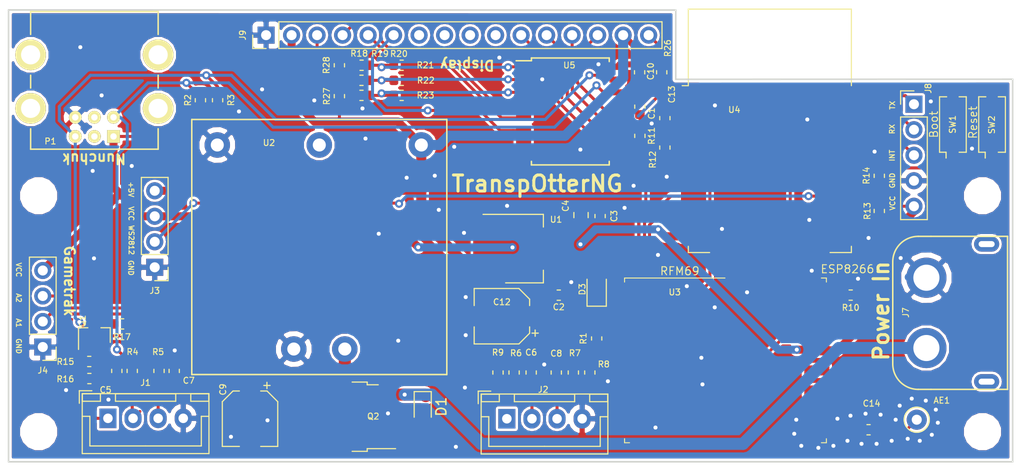
<source format=kicad_pcb>
(kicad_pcb (version 20171130) (host pcbnew 5.0.0)
  (layers (0 F.Cu signal) (31 B.Cu signal) (34 B.Paste user) (35 F.Paste user) (36 B.SilkS user) (37 F.SilkS user) (38 B.Mask user) (39 F.Mask user) (44 Edge.Cuts user))
  (net 0 "")
  (net 1 GND)
  (net 2 +15V)
  (net 3 VCC)
  (net 4 "Net-(D3-Pad1)")
  (net 5 RX0_SDA)
  (net 6 TX0_SCL)
  (net 7 "Net-(D1-Pad2)")
  (net 8 TX1_ADC1)
  (net 9 RX1_ADC2)
  (net 10 +5V)
  (net 11 RESET)
  (net 12 "Net-(C13-Pad1)")
  (net 13 ANT)
  (net 14 NSS)
  (net 15 GPIO0)
  (net 16 MISO)
  (net 17 MOSI)
  (net 18 SCK)
  (net 19 "Net-(U3-Pad6)")
  (net 20 "Net-(U3-Pad7)")
  (net 21 "Net-(U3-Pad11)")
  (net 22 "Net-(U3-Pad12)")
  (net 23 GPIO4)
  (net 24 "Net-(U3-Pad15)")
  (net 25 "Net-(U3-Pad16)")
  (net 26 TXD_ESP)
  (net 27 RXD_ESP)
  (net 28 GPIO5)
  (net 29 "Net-(U4-Pad14)")
  (net 30 "Net-(U4-Pad13)")
  (net 31 "Net-(U4-Pad12)")
  (net 32 "Net-(U4-Pad11)")
  (net 33 "Net-(U4-Pad10)")
  (net 34 "Net-(U4-Pad9)")
  (net 35 "Net-(U4-Pad4)")
  (net 36 "Net-(U4-Pad2)")
  (net 37 "Net-(J2-Pad1)")
  (net 38 "Net-(AE1-Pad1)")
  (net 39 "Net-(D1-Pad1)")
  (net 40 "Net-(C9-Pad1)")
  (net 41 "Net-(Q1-Pad1)")
  (net 42 VO)
  (net 43 RS)
  (net 44 RW)
  (net 45 CS)
  (net 46 "Net-(J9-Pad7)")
  (net 47 "Net-(J9-Pad8)")
  (net 48 "Net-(J9-Pad9)")
  (net 49 "Net-(J9-Pad10)")
  (net 50 DB4)
  (net 51 DB5)
  (net 52 DB6)
  (net 53 DB7)
  (net 54 LED_K)
  (net 55 A0)
  (net 56 A1)
  (net 57 A2)
  (net 58 P3)
  (net 59 "Net-(U5-Pad13)")
  (net 60 "Net-(P1-Pad3)")
  (net 61 "Net-(P1-Pad4)")
  (net 62 WS2812)
  (net 63 "Net-(C5-Pad1)")
  (net 64 "Net-(C6-Pad1)")
  (net 65 "Net-(C7-Pad1)")
  (net 66 "Net-(C8-Pad1)")
  (net 67 "Net-(Q1-Pad3)")
  (module otter:XT60_angle (layer F.Cu) (at 194.4095 70.169 270)
    (fp_text reference J7 (at -0.03 5.05 90 unlocked) (layer F.SilkS) (effects (font (size 0.6 0.6) (thickness 0.1))))
    (fp_text value xt30)
    (pad 2 thru_hole circle (at 3.5 3 270) (size 4 4) (drill 2.6) (layers *.Cu *.Mask) (net 39 "Net-(D1-Pad1)"))
    (pad 1 thru_hole circle (at -3.5 3 270) (size 4 4) (drill 2.6) (layers *.Cu *.Mask) (net 1 GND))
    (pad "" thru_hole oval (at 6.85 -3 270) (size 1.5 2.5) (drill oval 0.6 1.6) (layers *.Cu *.Mask))
    (pad "" thru_hole oval (at -6.85 -3 270) (size 1.5 2.5) (drill oval 0.6 1.6) (layers *.Cu *.Mask))
  )
  (module Diode_SMD:D_SOD-323 (layer F.Cu) (at 141.2495 79.509 270)
    (fp_text reference D1 (at 0 -1.85 270) (layer F.SilkS))
    (fp_text value 12V)
    (pad 1 smd rect (at -1.05 0 270) (size 0.6 0.45) (layers F.Cu F.Paste F.Mask) (net 39 "Net-(D1-Pad1)"))
    (pad 2 smd rect (at 1.05 0 270) (size 0.6 0.45) (layers F.Cu F.Paste F.Mask) (net 7 "Net-(D1-Pad2)"))
  )
  (module Capacitor_SMD:C_0603_1608Metric (layer F.Cu) (at 162.874 49.632 90)
    (fp_text reference C1 (at -0.676 1.17 90) (layer F.SilkS) (effects (font (size 0.6 0.6) (thickness 0.1))))
    (fp_text value 100n)
    (pad 1 smd roundrect (at -0.7875 0 90) (size 0.875 0.95) (layers F.Cu F.Paste F.Mask) (net 11 RESET))
    (pad 2 smd roundrect (at 0.7875 0 90) (size 0.875 0.95) (layers F.Cu F.Paste F.Mask) (net 1 GND))
  )
  (module Capacitor_SMD:C_0603_1608Metric (layer F.Cu) (at 154.797 68.405)
    (fp_text reference C2 (at 0 1.1835) (layer F.SilkS) (effects (font (size 0.6 0.6) (thickness 0.1))))
    (fp_text value 100n)
    (pad 2 smd roundrect (at 0.7875 0) (size 0.875 0.95) (layers F.Cu F.Paste F.Mask) (net 1 GND))
    (pad 1 smd roundrect (at -0.7875 0) (size 0.875 0.95) (layers F.Cu F.Paste F.Mask) (net 10 +5V))
  )
  (module Capacitor_SMD:C_0603_1608Metric (layer F.Cu) (at 158.9145 60.529 90)
    (fp_text reference C3 (at 0 1.395 90) (layer F.SilkS) (effects (font (size 0.6 0.6) (thickness 0.1))))
    (fp_text value 100n)
    (pad 1 smd roundrect (at -0.7875 0 90) (size 0.875 0.95) (layers F.Cu F.Paste F.Mask) (net 3 VCC))
    (pad 2 smd roundrect (at 0.7875 0 90) (size 0.875 0.95) (layers F.Cu F.Paste F.Mask) (net 1 GND))
  )
  (module Capacitor_SMD:C_0805_2012Metric (layer F.Cu) (at 157.0145 60.429 90)
    (fp_text reference C4 (at 0.92 -1.535 90) (layer F.SilkS) (effects (font (size 0.6 0.6) (thickness 0.1))))
    (fp_text value 1u)
    (pad 1 smd roundrect (at -0.9375 0 90) (size 0.975 1.4) (layers F.Cu F.Paste F.Mask) (net 3 VCC))
    (pad 2 smd roundrect (at 0.9375 0 90) (size 0.975 1.4) (layers F.Cu F.Paste F.Mask) (net 1 GND))
  )
  (module Capacitor_SMD:C_0603_1608Metric (layer F.Cu) (at 110.783 75.95 90)
    (fp_text reference C5 (at -1.891 -1.1165 -180) (layer F.SilkS) (effects (font (size 0.6 0.6) (thickness 0.1))))
    (fp_text value 10n)
    (pad 2 smd roundrect (at 0.7875 0 90) (size 0.875 0.95) (layers F.Cu F.Paste F.Mask) (net 1 GND))
    (pad 1 smd roundrect (at -0.7875 0 90) (size 0.875 0.95) (layers F.Cu F.Paste F.Mask) (net 63 "Net-(C5-Pad1)"))
  )
  (module Capacitor_SMD:C_0603_1608Metric (layer F.Cu) (at 152.0495 76.109 90)
    (fp_text reference C6 (at 2 0 -180) (layer F.SilkS) (effects (font (size 0.6 0.6) (thickness 0.1))))
    (fp_text value 10n)
    (pad 1 smd roundrect (at -0.7875 0 90) (size 0.875 0.95) (layers F.Cu F.Paste F.Mask) (net 64 "Net-(C6-Pad1)"))
    (pad 2 smd roundrect (at 0.7875 0 90) (size 0.875 0.95) (layers F.Cu F.Paste F.Mask) (net 1 GND))
  )
  (module Capacitor_SMD:C_0603_1608Metric (layer F.Cu) (at 116.5005 75.95 90)
    (fp_text reference C7 (at -0.959 1.449 -180) (layer F.SilkS) (effects (font (size 0.6 0.6) (thickness 0.1))))
    (fp_text value 10n)
    (pad 2 smd roundrect (at 0.7875 0 90) (size 0.875 0.95) (layers F.Cu F.Paste F.Mask) (net 1 GND))
    (pad 1 smd roundrect (at -0.7875 0 90) (size 0.875 0.95) (layers F.Cu F.Paste F.Mask) (net 65 "Net-(C7-Pad1)"))
  )
  (module Capacitor_SMD:C_0603_1608Metric (layer F.Cu) (at 154.5495 76.109 90)
    (fp_text reference C8 (at 1.9 -0.0005 -180) (layer F.SilkS) (effects (font (size 0.6 0.6) (thickness 0.1))))
    (fp_text value 10n)
    (pad 1 smd roundrect (at -0.7875 0 90) (size 0.875 0.95) (layers F.Cu F.Paste F.Mask) (net 66 "Net-(C8-Pad1)"))
    (pad 2 smd roundrect (at 0.7875 0 90) (size 0.875 0.95) (layers F.Cu F.Paste F.Mask) (net 1 GND))
  )
  (module Capacitor_SMD:CP_Elec_5x5.3 (layer F.Cu) (at 124.0495 80.709 270)
    (fp_text reference C9 (at -2.911 2.692 270) (layer F.SilkS) (effects (font (size 0.6 0.6) (thickness 0.1))))
    (fp_text value 20u)
    (pad 2 smd rect (at 2.2 0 270) (size 3 1.6) (layers F.Cu F.Paste F.Mask) (net 1 GND))
    (pad 1 smd rect (at -2.2 0 270) (size 3 1.6) (layers F.Cu F.Paste F.Mask) (net 40 "Net-(C9-Pad1)"))
  )
  (module Capacitor_SMD:CP_Elec_5x5.3 (layer F.Cu) (at 149.1335 70.5005 180)
    (fp_text reference C12 (at 0 1.412 180) (layer F.SilkS) (effects (font (size 0.6 0.6) (thickness 0.1))))
    (fp_text value 20u)
    (pad 1 smd rect (at -2.2 0 180) (size 3 1.6) (layers F.Cu F.Paste F.Mask) (net 10 +5V))
    (pad 2 smd rect (at 2.2 0 180) (size 3 1.6) (layers F.Cu F.Paste F.Mask) (net 1 GND))
  )
  (module Capacitor_SMD:C_0603_1608Metric (layer F.Cu) (at 165.3645 50.7735 90)
    (fp_text reference C13 (at 2.3645 0.685 90) (layer F.SilkS) (effects (font (size 0.6 0.6) (thickness 0.1))))
    (fp_text value 100n)
    (pad 1 smd roundrect (at -0.7875 0 90) (size 0.875 0.95) (layers F.Cu F.Paste F.Mask) (net 12 "Net-(C13-Pad1)"))
    (pad 2 smd roundrect (at 0.7875 0 90) (size 0.875 0.95) (layers F.Cu F.Paste F.Mask) (net 1 GND))
  )
  (module LED_SMD:LED_0805_2012Metric (layer F.Cu) (at 158.573 67.8195 90)
    (fp_text reference D3 (at 0.0005 -1.4335 90) (layer F.SilkS) (effects (font (size 0.6 0.6) (thickness 0.1))))
    (fp_text value LED)
    (pad 1 smd roundrect (at -0.9375 0 90) (size 0.975 1.4) (layers F.Cu F.Paste F.Mask) (net 4 "Net-(D3-Pad1)"))
    (pad 2 smd roundrect (at 0.9375 0 90) (size 0.975 1.4) (layers F.Cu F.Paste F.Mask) (net 3 VCC))
  )
  (module Connector_JST:JST_XH_B04B-XH-A_1x04_P2.50mm_Vertical (layer F.Cu) (at 109.8997 80.6714)
    (fp_text reference J1 (at 3.75 -3.55) (layer F.SilkS) (effects (font (size 0.6 0.6) (thickness 0.1))))
    (fp_text value UART/I2C)
    (pad 1 thru_hole rect (at 0 0) (size 1.7 1.95) (drill 0.95) (layers *.Cu *.Mask) (net 2 +15V))
    (pad 2 thru_hole oval (at 2.5 0) (size 1.7 1.95) (drill 0.95) (layers *.Cu *.Mask) (net 63 "Net-(C5-Pad1)"))
    (pad 3 thru_hole oval (at 5 0) (size 1.7 1.95) (drill 0.95) (layers *.Cu *.Mask) (net 65 "Net-(C7-Pad1)"))
    (pad 4 thru_hole oval (at 7.5 0) (size 1.7 1.95) (drill 0.95) (layers *.Cu *.Mask) (net 1 GND))
  )
  (module Connector_JST:JST_XH_B04B-XH-A_1x04_P2.50mm_Vertical (layer F.Cu) (at 149.6275 80.7116)
    (fp_text reference J2 (at 3.622 -2.9026) (layer F.SilkS) (effects (font (size 0.6 0.6) (thickness 0.1))))
    (fp_text value UART/IO/ANALOG)
    (pad 4 thru_hole oval (at 7.5 0) (size 1.7 1.95) (drill 0.95) (layers *.Cu *.Mask) (net 1 GND))
    (pad 3 thru_hole oval (at 5 0) (size 1.7 1.95) (drill 0.95) (layers *.Cu *.Mask) (net 66 "Net-(C8-Pad1)"))
    (pad 2 thru_hole oval (at 2.5 0) (size 1.7 1.95) (drill 0.95) (layers *.Cu *.Mask) (net 64 "Net-(C6-Pad1)"))
    (pad 1 thru_hole rect (at 0 0) (size 1.7 1.95) (drill 0.95) (layers *.Cu *.Mask) (net 37 "Net-(J2-Pad1)"))
  )
  (module Connector_PinHeader_2.54mm:PinHeader_1x05_P2.54mm_Vertical (layer F.Cu) (at 190.1695 49.389)
    (fp_text reference J8 (at 1.42 -1.58 90) (layer F.SilkS) (effects (font (size 0.6 0.6) (thickness 0.1))))
    (fp_text value Conn_01x05_Male)
    (pad 1 thru_hole rect (at 0 0) (size 1.7 1.7) (drill 1) (layers *.Cu *.Mask) (net 26 TXD_ESP))
    (pad 2 thru_hole oval (at 0 2.54) (size 1.7 1.7) (drill 1) (layers *.Cu *.Mask) (net 27 RXD_ESP))
    (pad 3 thru_hole oval (at 0 5.08) (size 1.7 1.7) (drill 1) (layers *.Cu *.Mask) (net 28 GPIO5))
    (pad 4 thru_hole oval (at 0 7.62) (size 1.7 1.7) (drill 1) (layers *.Cu *.Mask) (net 1 GND))
    (pad 5 thru_hole oval (at 0 10.16) (size 1.7 1.7) (drill 1) (layers *.Cu *.Mask) (net 3 VCC))
  )
  (module MountingHole:MountingHole_3.2mm_M3 (layer F.Cu) (at 197 82)
    (fp_text reference MH1 hide)
    (fp_text value MountingHole)
    (pad 1 np_thru_hole circle (at 0 0) (size 3.2 3.2) (drill 3.2) (layers *.Cu *.Mask))
  )
  (module MountingHole:MountingHole_3.2mm_M3 (layer F.Cu) (at 197 58.5)
    (fp_text reference MH2 hide)
    (fp_text value MountingHole)
    (pad 1 np_thru_hole circle (at 0 0) (size 3.2 3.2) (drill 3.2) (layers *.Cu *.Mask))
  )
  (module MountingHole:MountingHole_3.2mm_M3 (layer F.Cu) (at 103 82)
    (fp_text reference MH3 hide)
    (fp_text value MountingHole)
    (pad 1 np_thru_hole circle (at 0 0) (size 3.2 3.2) (drill 3.2) (layers *.Cu *.Mask))
  )
  (module MountingHole:MountingHole_3.2mm_M3 (layer F.Cu) (at 103 58.5)
    (fp_text reference MH4 hide)
    (fp_text value MountingHole)
    (pad 1 np_thru_hole circle (at 0 0) (size 3.2 3.2) (drill 3.2) (layers *.Cu *.Mask))
  )
  (module Resistor_SMD:R_0603_1608Metric (layer F.Cu) (at 158.573 72.7175 270)
    (fp_text reference R1 (at 0 1.3245 270) (layer F.SilkS) (effects (font (size 0.6 0.6) (thickness 0.1))))
    (fp_text value 470)
    (pad 1 smd roundrect (at -0.7875 0 270) (size 0.875 0.95) (layers F.Cu F.Paste F.Mask) (net 4 "Net-(D3-Pad1)"))
    (pad 2 smd roundrect (at 0.7875 0 270) (size 0.875 0.95) (layers F.Cu F.Paste F.Mask) (net 1 GND))
  )
  (module Resistor_SMD:R_0603_1608Metric (layer F.Cu) (at 119.1095 48.989 90)
    (fp_text reference R2 (at 0 -1.25 90) (layer F.SilkS) (effects (font (size 0.6 0.6) (thickness 0.1))))
    (fp_text value 3k3)
    (pad 2 smd roundrect (at 0.7875 0 90) (size 0.875 0.95) (layers F.Cu F.Paste F.Mask) (net 6 TX0_SCL))
    (pad 1 smd roundrect (at -0.7875 0 90) (size 0.875 0.95) (layers F.Cu F.Paste F.Mask) (net 3 VCC))
  )
  (module Resistor_SMD:R_0603_1608Metric (layer F.Cu) (at 120.8195 48.989 90)
    (fp_text reference R3 (at 0.01 1.34 90) (layer F.SilkS) (effects (font (size 0.6 0.6) (thickness 0.1))))
    (fp_text value 3k3)
    (pad 2 smd roundrect (at 0.7875 0 90) (size 0.875 0.95) (layers F.Cu F.Paste F.Mask) (net 5 RX0_SDA))
    (pad 1 smd roundrect (at -0.7875 0 90) (size 0.875 0.95) (layers F.Cu F.Paste F.Mask) (net 3 VCC))
  )
  (module Resistor_SMD:R_0603_1608Metric (layer F.Cu) (at 112.3197 75.95 270)
    (fp_text reference R4 (at -1.901 -0.0298) (layer F.SilkS) (effects (font (size 0.6 0.6) (thickness 0.1))))
    (fp_text value 1k)
    (pad 2 smd roundrect (at 0.7875 0 270) (size 0.875 0.95) (layers F.Cu F.Paste F.Mask) (net 63 "Net-(C5-Pad1)"))
    (pad 1 smd roundrect (at -0.7875 0 270) (size 0.875 0.95) (layers F.Cu F.Paste F.Mask) (net 6 TX0_SCL))
  )
  (module Resistor_SMD:R_0603_1608Metric (layer F.Cu) (at 114.9867 75.95 270)
    (fp_text reference R5 (at -1.8914 0.0867) (layer F.SilkS) (effects (font (size 0.6 0.6) (thickness 0.1))))
    (fp_text value 1k)
    (pad 1 smd roundrect (at -0.7875 0 270) (size 0.875 0.95) (layers F.Cu F.Paste F.Mask) (net 5 RX0_SDA))
    (pad 2 smd roundrect (at 0.7875 0 270) (size 0.875 0.95) (layers F.Cu F.Paste F.Mask) (net 65 "Net-(C7-Pad1)"))
  )
  (module Resistor_SMD:R_0603_1608Metric (layer F.Cu) (at 150.3495 76.109 270)
    (fp_text reference R6 (at -1.9368 -0.1915) (layer F.SilkS) (effects (font (size 0.6 0.6) (thickness 0.1))))
    (fp_text value 1k)
    (pad 2 smd roundrect (at 0.7875 0 270) (size 0.875 0.95) (layers F.Cu F.Paste F.Mask) (net 64 "Net-(C6-Pad1)"))
    (pad 1 smd roundrect (at -0.7875 0 270) (size 0.875 0.95) (layers F.Cu F.Paste F.Mask) (net 8 TX1_ADC1))
  )
  (module Resistor_SMD:R_0603_1608Metric (layer F.Cu) (at 156.2495 76.109 270)
    (fp_text reference R7 (at -1.9368 -0.1515) (layer F.SilkS) (effects (font (size 0.6 0.6) (thickness 0.1))))
    (fp_text value 1k)
    (pad 1 smd roundrect (at -0.7875 0 270) (size 0.875 0.95) (layers F.Cu F.Paste F.Mask) (net 9 RX1_ADC2))
    (pad 2 smd roundrect (at 0.7875 0 270) (size 0.875 0.95) (layers F.Cu F.Paste F.Mask) (net 66 "Net-(C8-Pad1)"))
  )
  (module Resistor_SMD:R_0603_1608Metric (layer F.Cu) (at 157.8895 76.109 270)
    (fp_text reference R8 (at -0.8233 -1.39) (layer F.SilkS) (effects (font (size 0.6 0.6) (thickness 0.1))))
    (fp_text value DNP)
    (pad 2 smd roundrect (at 0.7875 0 270) (size 0.875 0.95) (layers F.Cu F.Paste F.Mask) (net 1 GND))
    (pad 1 smd roundrect (at -0.7875 0 270) (size 0.875 0.95) (layers F.Cu F.Paste F.Mask) (net 9 RX1_ADC2))
  )
  (module Resistor_SMD:R_0603_1608Metric (layer F.Cu) (at 148.7455 76.109 270)
    (fp_text reference R9 (at -2.001 0.0065) (layer F.SilkS) (effects (font (size 0.6 0.6) (thickness 0.1))))
    (fp_text value DNP)
    (pad 1 smd roundrect (at -0.7875 0 270) (size 0.875 0.95) (layers F.Cu F.Paste F.Mask) (net 8 TX1_ADC1))
    (pad 2 smd roundrect (at 0.7875 0 270) (size 0.875 0.95) (layers F.Cu F.Paste F.Mask) (net 1 GND))
  )
  (module Resistor_SMD:R_0603_1608Metric (layer F.Cu) (at 183.8695 68.399)
    (fp_text reference R10 (at 0 1.25) (layer F.SilkS) (effects (font (size 0.6 0.6) (thickness 0.1))))
    (fp_text value 10k)
    (pad 1 smd roundrect (at -0.7875 0) (size 0.875 0.95) (layers F.Cu F.Paste F.Mask) (net 14 NSS))
    (pad 2 smd roundrect (at 0.7875 0) (size 0.875 0.95) (layers F.Cu F.Paste F.Mask) (net 1 GND))
  )
  (module Resistor_SMD:R_0603_1608Metric (layer F.Cu) (at 162.874 52.541 90)
    (fp_text reference R11 (at 0 1.17 90) (layer F.SilkS) (effects (font (size 0.6 0.6) (thickness 0.1))))
    (fp_text value 10k)
    (pad 2 smd roundrect (at 0.7875 0 90) (size 0.875 0.95) (layers F.Cu F.Paste F.Mask) (net 11 RESET))
    (pad 1 smd roundrect (at -0.7875 0 90) (size 0.875 0.95) (layers F.Cu F.Paste F.Mask) (net 3 VCC))
  )
  (module Resistor_SMD:R_0603_1608Metric (layer F.Cu) (at 165.3645 53.7065 270)
    (fp_text reference R12 (at 1.2025 1.215 270) (layer F.SilkS) (effects (font (size 0.6 0.6) (thickness 0.1))))
    (fp_text value 10k)
    (pad 1 smd roundrect (at -0.7875 0 270) (size 0.875 0.95) (layers F.Cu F.Paste F.Mask) (net 12 "Net-(C13-Pad1)"))
    (pad 2 smd roundrect (at 0.7875 0 270) (size 0.875 0.95) (layers F.Cu F.Paste F.Mask) (net 3 VCC))
  )
  (module Resistor_SMD:R_0603_1608Metric (layer F.Cu) (at 186.72 60.02 270)
    (fp_text reference R13 (at 0.009 1.1905 270) (layer F.SilkS) (effects (font (size 0.6 0.6) (thickness 0.1))))
    (fp_text value 10k)
    (pad 1 smd roundrect (at -0.7875 0 270) (size 0.875 0.95) (layers F.Cu F.Paste F.Mask) (net 3 VCC))
    (pad 2 smd roundrect (at 0.7875 0 270) (size 0.875 0.95) (layers F.Cu F.Paste F.Mask) (net 62 WS2812))
  )
  (module Resistor_SMD:R_0603_1608Metric (layer F.Cu) (at 186.72 56.52 90)
    (fp_text reference R14 (at 0.021 -1.2805 90) (layer F.SilkS) (effects (font (size 0.6 0.6) (thickness 0.1))))
    (fp_text value 10k)
    (pad 2 smd roundrect (at 0.7875 0 90) (size 0.875 0.95) (layers F.Cu F.Paste F.Mask) (net 15 GPIO0))
    (pad 1 smd roundrect (at -0.7875 0 90) (size 0.875 0.95) (layers F.Cu F.Paste F.Mask) (net 3 VCC))
  )
  (module Package_TO_SOT_SMD:SOT-223-3_TabPin2 (layer F.Cu) (at 151.356 63.7695)
    (fp_text reference U1 (at 3.1735 -2.9005) (layer F.SilkS) (effects (font (size 0.6 0.6) (thickness 0.1))))
    (fp_text value AMS1117)
    (pad 2 smd rect (at 3.15 0) (size 2 3.8) (layers F.Cu F.Paste F.Mask) (net 3 VCC))
    (pad 2 smd rect (at -3.15 0) (size 2 1.5) (layers F.Cu F.Paste F.Mask) (net 3 VCC))
    (pad 3 smd rect (at -3.15 2.3) (size 2 1.5) (layers F.Cu F.Paste F.Mask) (net 10 +5V))
    (pad 1 smd rect (at -3.15 -2.3) (size 2 1.5) (layers F.Cu F.Paste F.Mask) (net 1 GND))
  )
  (module Capacitor_SMD:C_0603_1608Metric (layer F.Cu) (at 185.6495 81.809 180)
    (fp_text reference C14 (at -0.3 2.62 180) (layer F.SilkS) (effects (font (size 0.6 0.6) (thickness 0.1))))
    (fp_text value C_Small)
    (pad 1 smd roundrect (at -0.787501 0 180) (size 0.875 0.95) (layers F.Cu F.Paste F.Mask) (net 38 "Net-(AE1-Pad1)"))
    (pad 2 smd roundrect (at 0.787501 0 180) (size 0.875 0.95) (layers F.Cu F.Paste F.Mask) (net 13 ANT))
  )
  (module Connector_Pin:Pin_D1.0mm_L10.0mm (layer F.Cu) (at 190.4495 80.809)
    (fp_text reference AE1 (at 2.49 -1.92) (layer F.SilkS) (effects (font (size 0.6 0.6) (thickness 0.1))))
    (fp_text value Antenna)
    (pad 1 thru_hole circle (at 0 0) (size 2 2) (drill 1) (layers *.Cu *.Mask) (net 38 "Net-(AE1-Pad1)"))
  )
  (module Button_Switch_SMD:SW_DIP_SPSTx01_Slide_Copal_CHS-01A_W5.08mm_P1.27mm_JPin (layer F.Cu) (at 194.0495 51.409 90)
    (fp_text reference SW1 (at 0.01 -0.03 90) (layer F.SilkS) (effects (font (size 0.6 0.6) (thickness 0.1))))
    (fp_text value Flash)
    (pad 1 smd rect (at -2.54 0 90) (size 1.6 0.76) (layers F.Cu F.Paste F.Mask) (net 1 GND))
    (pad 2 smd rect (at 2.54 0 90) (size 1.6 0.76) (layers F.Cu F.Paste F.Mask) (net 15 GPIO0))
  )
  (module Button_Switch_SMD:SW_DIP_SPSTx01_Slide_Copal_CHS-01A_W5.08mm_P1.27mm_JPin (layer F.Cu) (at 197.9495 51.409 90)
    (fp_text reference SW2 (at -0.03 -0.03 90) (layer F.SilkS) (effects (font (size 0.6 0.6) (thickness 0.1))))
    (fp_text value Reset)
    (pad 2 smd rect (at 2.54 0 90) (size 1.6 0.76) (layers F.Cu F.Paste F.Mask) (net 11 RESET))
    (pad 1 smd rect (at -2.54 0 90) (size 1.6 0.76) (layers F.Cu F.Paste F.Mask) (net 1 GND))
  )
  (module RF_Module:HOPERF_RFM69HW (layer F.Cu) (at 171.4 74.9)
    (fp_text reference U3 (at -5.0505 -6.791) (layer F.SilkS) (effects (font (size 0.6 0.6) (thickness 0.1))))
    (fp_text value RFM69HCW)
    (pad 16 smd rect (at 9.1 -7) (size 2.5 1) (layers F.Cu F.Paste F.Mask) (net 25 "Net-(U3-Pad16)"))
    (pad 15 smd rect (at 9.1 -5) (size 2.5 1) (layers F.Cu F.Paste F.Mask) (net 24 "Net-(U3-Pad15)"))
    (pad 14 smd rect (at 9.1 -3) (size 2.5 1) (layers F.Cu F.Paste F.Mask) (net 23 GPIO4))
    (pad 13 smd rect (at 9.1 -1) (size 2.5 1) (layers F.Cu F.Paste F.Mask) (net 3 VCC))
    (pad 12 smd rect (at 9.1 1) (size 2.5 1) (layers F.Cu F.Paste F.Mask) (net 22 "Net-(U3-Pad12)"))
    (pad 11 smd rect (at 9.1 3) (size 2.5 1) (layers F.Cu F.Paste F.Mask) (net 21 "Net-(U3-Pad11)"))
    (pad 10 smd rect (at 9.1 5) (size 2.5 1) (layers F.Cu F.Paste F.Mask) (net 1 GND))
    (pad 9 smd rect (at 9.1 7) (size 2.5 1) (layers F.Cu F.Paste F.Mask) (net 13 ANT))
    (pad 8 smd rect (at -9.1 7) (size 2.5 1) (layers F.Cu F.Paste F.Mask) (net 1 GND))
    (pad 7 smd rect (at -9.1 5) (size 2.5 1) (layers F.Cu F.Paste F.Mask) (net 20 "Net-(U3-Pad7)"))
    (pad 6 smd rect (at -9.1 3) (size 2.5 1) (layers F.Cu F.Paste F.Mask) (net 19 "Net-(U3-Pad6)"))
    (pad 5 smd rect (at -9.1 1) (size 2.5 1) (layers F.Cu F.Paste F.Mask) (net 14 NSS))
    (pad 4 smd rect (at -9.1 -1) (size 2.5 1) (layers F.Cu F.Paste F.Mask) (net 18 SCK))
    (pad 3 smd rect (at -9.1 -3) (size 2.5 1) (layers F.Cu F.Paste F.Mask) (net 17 MOSI))
    (pad 2 smd rect (at -9.1 -5) (size 2.5 1) (layers F.Cu F.Paste F.Mask) (net 16 MISO))
    (pad 1 smd rect (at -9.1 -7) (size 2.5 1) (layers F.Cu F.Paste F.Mask) (net 1 GND))
  )
  (module RF_Module:ESP-12E (layer F.Cu) (at 175.82 52.04)
    (fp_text reference U4 (at -3.5405 -2.101) (layer F.SilkS) (effects (font (size 0.6 0.6) (thickness 0.1))))
    (fp_text value ESP-12E)
    (pad 1 smd rect (at -7.6 -3.5) (size 2.5 1) (layers F.Cu F.Paste F.Mask) (net 11 RESET))
    (pad 2 smd rect (at -7.6 -1.5) (size 2.5 1) (layers F.Cu F.Paste F.Mask) (net 36 "Net-(U4-Pad2)"))
    (pad 3 smd rect (at -7.6 0.5) (size 2.5 1) (layers F.Cu F.Paste F.Mask) (net 12 "Net-(C13-Pad1)"))
    (pad 4 smd rect (at -7.6 2.5) (size 2.5 1) (layers F.Cu F.Paste F.Mask) (net 35 "Net-(U4-Pad4)"))
    (pad 5 smd rect (at -7.6 4.5) (size 2.5 1) (layers F.Cu F.Paste F.Mask) (net 18 SCK))
    (pad 6 smd rect (at -7.6 6.5) (size 2.5 1) (layers F.Cu F.Paste F.Mask) (net 16 MISO))
    (pad 7 smd rect (at -7.6 8.5) (size 2.5 1) (layers F.Cu F.Paste F.Mask) (net 17 MOSI))
    (pad 8 smd rect (at -7.6 10.5) (size 2.5 1) (layers F.Cu F.Paste F.Mask) (net 3 VCC))
    (pad 9 smd rect (at -5 12) (size 1 1.8) (layers F.Cu F.Paste F.Mask) (net 34 "Net-(U4-Pad9)"))
    (pad 10 smd rect (at -3 12) (size 1 1.8) (layers F.Cu F.Paste F.Mask) (net 33 "Net-(U4-Pad10)"))
    (pad 11 smd rect (at -1 12) (size 1 1.8) (layers F.Cu F.Paste F.Mask) (net 32 "Net-(U4-Pad11)"))
    (pad 12 smd rect (at 1 12) (size 1 1.8) (layers F.Cu F.Paste F.Mask) (net 31 "Net-(U4-Pad12)"))
    (pad 13 smd rect (at 3 12) (size 1 1.8) (layers F.Cu F.Paste F.Mask) (net 30 "Net-(U4-Pad13)"))
    (pad 14 smd rect (at 5 12) (size 1 1.8) (layers F.Cu F.Paste F.Mask) (net 29 "Net-(U4-Pad14)"))
    (pad 15 smd rect (at 7.6 10.5) (size 2.5 1) (layers F.Cu F.Paste F.Mask) (net 1 GND))
    (pad 16 smd rect (at 7.6 8.5) (size 2.5 1) (layers F.Cu F.Paste F.Mask) (net 14 NSS))
    (pad 17 smd rect (at 7.6 6.5) (size 2.5 1) (layers F.Cu F.Paste F.Mask) (net 62 WS2812))
    (pad 18 smd rect (at 7.6 4.5) (size 2.5 1) (layers F.Cu F.Paste F.Mask) (net 15 GPIO0))
    (pad 19 smd rect (at 7.6 2.5) (size 2.5 1) (layers F.Cu F.Paste F.Mask) (net 23 GPIO4))
    (pad 20 smd rect (at 7.6 0.5) (size 2.5 1) (layers F.Cu F.Paste F.Mask) (net 28 GPIO5))
    (pad 21 smd rect (at 7.6 -1.5) (size 2.5 1) (layers F.Cu F.Paste F.Mask) (net 27 RXD_ESP))
    (pad 22 smd rect (at 7.6 -3.5) (size 2.5 1) (layers F.Cu F.Paste F.Mask) (net 26 TXD_ESP))
  )
  (module otter:URB4805YMD-6WR3 (layer F.Cu) (at 130.9495 63.609)
    (fp_text reference U2 (at -5.01 -10.38) (layer F.SilkS) (effects (font (size 0.6 0.6) (thickness 0.1))))
    (fp_text value URB4805YMD-6WR3)
    (pad 1 thru_hole circle (at -2.54 10.16) (size 2.54 2.54) (drill 1.3) (layers *.Cu *.Mask) (net 1 GND))
    (pad 2 thru_hole circle (at 2.54 10.16) (size 2.54 2.54) (drill 1.3) (layers *.Cu *.Mask) (net 40 "Net-(C9-Pad1)"))
    (pad 3 thru_hole circle (at 10.16 -10.16) (size 2.54 2.54) (drill 1.3) (layers *.Cu *.Mask) (net 10 +5V))
    (pad 4 thru_hole circle (at 0 -10.16) (size 2.54 2.54) (drill 1.3) (layers *.Cu *.Mask))
    (pad 5 thru_hole circle (at -10.16 -10.16) (size 2.54 2.54) (drill 1.3) (layers *.Cu *.Mask) (net 1 GND))
  )
  (module Package_TO_SOT_SMD:SOT-23 (layer F.Cu) (at 108.5495 72.409 90)
    (fp_text reference Q1 (at 1.43 -1.18 90) (layer F.SilkS) (effects (font (size 0.6 0.6) (thickness 0.1))))
    (fp_text value Q_NMOS_GDS)
    (pad 1 smd rect (at -1 -0.95 90) (size 0.9 0.8) (layers F.Cu F.Paste F.Mask) (net 41 "Net-(Q1-Pad1)"))
    (pad 2 smd rect (at -1 0.95 90) (size 0.9 0.8) (layers F.Cu F.Paste F.Mask) (net 1 GND))
    (pad 3 smd rect (at 1 0 90) (size 0.9 0.8) (layers F.Cu F.Paste F.Mask) (net 67 "Net-(Q1-Pad3)"))
  )
  (module Package_TO_SOT_SMD:TO-252-2 (layer F.Cu) (at 133.2495 80.509 180)
    (fp_text reference Q2 (at -3.07 0.03 180) (layer F.SilkS) (effects (font (size 0.6 0.6) (thickness 0.1))))
    (fp_text value Q_PMOS_GDS)
    (pad 1 smd rect (at -4.2 -2.28 180) (size 2.2 1.2) (layers F.Cu F.Paste F.Mask) (net 7 "Net-(D1-Pad2)"))
    (pad 3 smd rect (at -4.2 2.28 180) (size 2.2 1.2) (layers F.Cu F.Paste F.Mask) (net 39 "Net-(D1-Pad1)"))
    (pad 2 smd rect (at 2.1 0 180) (size 6.4 5.8) (layers F.Cu F.Mask) (net 40 "Net-(C9-Pad1)"))
  )
  (module Resistor_SMD:R_0603_1608Metric (layer F.Cu) (at 108.0495 76.709)
    (fp_text reference R15 (at -2.38 -1.68) (layer F.SilkS) (effects (font (size 0.6 0.6) (thickness 0.1))))
    (fp_text value 100k)
    (pad 2 smd roundrect (at 0.7875 0) (size 0.875 0.95) (layers F.Cu F.Paste F.Mask) (net 41 "Net-(Q1-Pad1)"))
    (pad 1 smd roundrect (at -0.7875 0) (size 0.875 0.95) (layers F.Cu F.Paste F.Mask) (net 2 +15V))
  )
  (module Resistor_SMD:R_0603_1608Metric (layer F.Cu) (at 108.037 75.009 180)
    (fp_text reference R16 (at 2.3775 -1.75 180) (layer F.SilkS) (effects (font (size 0.6 0.6) (thickness 0.1))))
    (fp_text value 100k)
    (pad 1 smd roundrect (at -0.7875 0 180) (size 0.875 0.95) (layers F.Cu F.Paste F.Mask) (net 41 "Net-(Q1-Pad1)"))
    (pad 2 smd roundrect (at 0.7875 0 180) (size 0.875 0.95) (layers F.Cu F.Paste F.Mask) (net 1 GND))
  )
  (module Resistor_SMD:R_0603_1608Metric (layer F.Cu) (at 111.3095 71.269 180)
    (fp_text reference R17 (at 0.01 -1.3 180) (layer F.SilkS) (effects (font (size 0.6 0.6) (thickness 0.1))))
    (fp_text value 100k)
    (pad 1 smd roundrect (at -0.7875 0 180) (size 0.875 0.95) (layers F.Cu F.Paste F.Mask) (net 7 "Net-(D1-Pad2)"))
    (pad 2 smd roundrect (at 0.7875 0 180) (size 0.875 0.95) (layers F.Cu F.Paste F.Mask) (net 67 "Net-(Q1-Pad3)"))
  )
  (module Capacitor_SMD:C_0603_1608Metric (layer F.Cu) (at 162.8495 46.209 270)
    (fp_text reference C10 (at -0.1 -1.1 270) (layer F.SilkS) (effects (font (size 0.6 0.6) (thickness 0.1))))
    (fp_text value 100n)
    (pad 1 smd roundrect (at -0.7875 0 270) (size 0.875 0.95) (layers F.Cu F.Paste F.Mask) (net 10 +5V))
    (pad 2 smd roundrect (at 0.7875 0 270) (size 0.875 0.95) (layers F.Cu F.Paste F.Mask) (net 1 GND))
  )
  (module Connector_PinHeader_2.54mm:PinHeader_1x16_P2.54mm_Vertical (layer F.Cu) (at 125.6495 42.509 90)
    (fp_text reference J9 (at 0 -2.33 90) (layer F.SilkS) (effects (font (size 0.6 0.6) (thickness 0.1))))
    (fp_text value Conn_01x16_Female)
    (pad 1 thru_hole rect (at 0 0 90) (size 1.7 1.7) (drill 1) (layers *.Cu *.Mask) (net 1 GND))
    (pad 2 thru_hole oval (at 0 2.54 90) (size 1.7 1.7) (drill 1) (layers *.Cu *.Mask) (net 10 +5V))
    (pad 3 thru_hole oval (at 0 5.08 90) (size 1.7 1.7) (drill 1) (layers *.Cu *.Mask) (net 42 VO))
    (pad 4 thru_hole oval (at 0 7.62 90) (size 1.7 1.7) (drill 1) (layers *.Cu *.Mask) (net 43 RS))
    (pad 5 thru_hole oval (at 0 10.16 90) (size 1.7 1.7) (drill 1) (layers *.Cu *.Mask) (net 44 RW))
    (pad 6 thru_hole oval (at 0 12.7 90) (size 1.7 1.7) (drill 1) (layers *.Cu *.Mask) (net 45 CS))
    (pad 7 thru_hole oval (at 0 15.24 90) (size 1.7 1.7) (drill 1) (layers *.Cu *.Mask) (net 46 "Net-(J9-Pad7)"))
    (pad 8 thru_hole oval (at 0 17.78 90) (size 1.7 1.7) (drill 1) (layers *.Cu *.Mask) (net 47 "Net-(J9-Pad8)"))
    (pad 9 thru_hole oval (at 0 20.32 90) (size 1.7 1.7) (drill 1) (layers *.Cu *.Mask) (net 48 "Net-(J9-Pad9)"))
    (pad 10 thru_hole oval (at 0 22.86 90) (size 1.7 1.7) (drill 1) (layers *.Cu *.Mask) (net 49 "Net-(J9-Pad10)"))
    (pad 11 thru_hole oval (at 0 25.4 90) (size 1.7 1.7) (drill 1) (layers *.Cu *.Mask) (net 50 DB4))
    (pad 12 thru_hole oval (at 0 27.94 90) (size 1.7 1.7) (drill 1) (layers *.Cu *.Mask) (net 51 DB5))
    (pad 13 thru_hole oval (at 0 30.48 90) (size 1.7 1.7) (drill 1) (layers *.Cu *.Mask) (net 52 DB6))
    (pad 14 thru_hole oval (at 0 33.02 90) (size 1.7 1.7) (drill 1) (layers *.Cu *.Mask) (net 53 DB7))
    (pad 15 thru_hole oval (at 0 35.56 90) (size 1.7 1.7) (drill 1) (layers *.Cu *.Mask) (net 10 +5V))
    (pad 16 thru_hole oval (at 0 38.1 90) (size 1.7 1.7) (drill 1) (layers *.Cu *.Mask) (net 54 LED_K))
  )
  (module Resistor_SMD:R_0603_1608Metric (layer F.Cu) (at 135.162 45.509)
    (fp_text reference R18 (at -0.2425 -1.17) (layer F.SilkS) (effects (font (size 0.6 0.6) (thickness 0.1))))
    (fp_text value 10k)
    (pad 2 smd roundrect (at 0.7875 0) (size 0.875 0.95) (layers F.Cu F.Paste F.Mask) (net 55 A0))
    (pad 1 smd roundrect (at -0.7875 0) (size 0.875 0.95) (layers F.Cu F.Paste F.Mask) (net 10 +5V))
  )
  (module Resistor_SMD:R_0603_1608Metric (layer F.Cu) (at 135.1495 47.009)
    (fp_text reference R19 (at 1.84 -2.65) (layer F.SilkS) (effects (font (size 0.6 0.6) (thickness 0.1))))
    (fp_text value 10k)
    (pad 1 smd roundrect (at -0.7875 0) (size 0.875 0.95) (layers F.Cu F.Paste F.Mask) (net 10 +5V))
    (pad 2 smd roundrect (at 0.7875 0) (size 0.875 0.95) (layers F.Cu F.Paste F.Mask) (net 56 A1))
  )
  (module Resistor_SMD:R_0603_1608Metric (layer F.Cu) (at 135.1495 48.509)
    (fp_text reference R20 (at 3.73 -4.14) (layer F.SilkS) (effects (font (size 0.6 0.6) (thickness 0.1))))
    (fp_text value 10k)
    (pad 1 smd roundrect (at -0.7875 0) (size 0.875 0.95) (layers F.Cu F.Paste F.Mask) (net 10 +5V))
    (pad 2 smd roundrect (at 0.7875 0) (size 0.875 0.95) (layers F.Cu F.Paste F.Mask) (net 57 A2))
  )
  (module Resistor_SMD:R_0603_1608Metric (layer F.Cu) (at 139.1495 45.509 180)
    (fp_text reference R21 (at -2.37 0.01 180) (layer F.SilkS) (effects (font (size 0.6 0.6) (thickness 0.1))))
    (fp_text value DNP)
    (pad 2 smd roundrect (at 0.7875 0 180) (size 0.875 0.95) (layers F.Cu F.Paste F.Mask) (net 55 A0))
    (pad 1 smd roundrect (at -0.7875 0 180) (size 0.875 0.95) (layers F.Cu F.Paste F.Mask) (net 1 GND))
  )
  (module Resistor_SMD:R_0603_1608Metric (layer F.Cu) (at 139.162 47.009 180)
    (fp_text reference R22 (at -2.3975 -0.01 180) (layer F.SilkS) (effects (font (size 0.6 0.6) (thickness 0.1))))
    (fp_text value DNP)
    (pad 1 smd roundrect (at -0.7875 0 180) (size 0.875 0.95) (layers F.Cu F.Paste F.Mask) (net 1 GND))
    (pad 2 smd roundrect (at 0.7875 0 180) (size 0.875 0.95) (layers F.Cu F.Paste F.Mask) (net 56 A1))
  )
  (module Resistor_SMD:R_0603_1608Metric (layer F.Cu) (at 139.1495 48.509 180)
    (fp_text reference R23 (at -2.38 0.01 180) (layer F.SilkS) (effects (font (size 0.6 0.6) (thickness 0.1))))
    (fp_text value DNP)
    (pad 2 smd roundrect (at 0.7875 0 180) (size 0.875 0.95) (layers F.Cu F.Paste F.Mask) (net 57 A2))
    (pad 1 smd roundrect (at -0.7875 0 180) (size 0.875 0.95) (layers F.Cu F.Paste F.Mask) (net 1 GND))
  )
  (module Resistor_SMD:R_0603_1608Metric (layer F.Cu) (at 165.0495 46.209 90)
    (fp_text reference R26 (at 2.4 0.6 90) (layer F.SilkS) (effects (font (size 0.6 0.6) (thickness 0.1))))
    (fp_text value 220)
    (pad 1 smd roundrect (at -0.7875 0 90) (size 0.875 0.95) (layers F.Cu F.Paste F.Mask) (net 1 GND))
    (pad 2 smd roundrect (at 0.7875 0 90) (size 0.875 0.95) (layers F.Cu F.Paste F.Mask) (net 54 LED_K))
  )
  (module Resistor_SMD:R_0603_1608Metric (layer F.Cu) (at 132.9495 48.583999 270)
    (fp_text reference R27 (at 0.015001 1.26 270) (layer F.SilkS) (effects (font (size 0.6 0.6) (thickness 0.1))))
    (fp_text value 10k)
    (pad 1 smd roundrect (at -0.7875 0 270) (size 0.875 0.95) (layers F.Cu F.Paste F.Mask) (net 42 VO))
    (pad 2 smd roundrect (at 0.7875 0 270) (size 0.875 0.95) (layers F.Cu F.Paste F.Mask) (net 10 +5V))
  )
  (module Resistor_SMD:R_0603_1608Metric (layer F.Cu) (at 132.9495 45.509 270)
    (fp_text reference R28 (at -0.01 1.29 270) (layer F.SilkS) (effects (font (size 0.6 0.6) (thickness 0.1))))
    (fp_text value 10k)
    (pad 2 smd roundrect (at 0.7875 0 270) (size 0.875 0.95) (layers F.Cu F.Paste F.Mask) (net 42 VO))
    (pad 1 smd roundrect (at -0.7875 0 270) (size 0.875 0.95) (layers F.Cu F.Paste F.Mask) (net 1 GND))
  )
  (module Package_SO:SOIC-16W_7.5x10.3mm_P1.27mm (layer F.Cu) (at 155.9495 50.109)
    (fp_text reference U5 (at -0.1 -4.6) (layer F.SilkS) (effects (font (size 0.6 0.6) (thickness 0.1))))
    (fp_text value PCF8574)
    (pad 1 smd rect (at -4.65 -4.445) (size 1.5 0.6) (layers F.Cu F.Paste F.Mask) (net 55 A0))
    (pad 2 smd rect (at -4.65 -3.175) (size 1.5 0.6) (layers F.Cu F.Paste F.Mask) (net 56 A1))
    (pad 3 smd rect (at -4.65 -1.905) (size 1.5 0.6) (layers F.Cu F.Paste F.Mask) (net 57 A2))
    (pad 4 smd rect (at -4.65 -0.635) (size 1.5 0.6) (layers F.Cu F.Paste F.Mask) (net 43 RS))
    (pad 5 smd rect (at -4.65 0.635) (size 1.5 0.6) (layers F.Cu F.Paste F.Mask) (net 44 RW))
    (pad 6 smd rect (at -4.65 1.905) (size 1.5 0.6) (layers F.Cu F.Paste F.Mask) (net 45 CS))
    (pad 7 smd rect (at -4.65 3.175) (size 1.5 0.6) (layers F.Cu F.Paste F.Mask) (net 58 P3))
    (pad 8 smd rect (at -4.65 4.445) (size 1.5 0.6) (layers F.Cu F.Paste F.Mask) (net 1 GND))
    (pad 9 smd rect (at 4.65 4.445) (size 1.5 0.6) (layers F.Cu F.Paste F.Mask) (net 50 DB4))
    (pad 10 smd rect (at 4.65 3.175) (size 1.5 0.6) (layers F.Cu F.Paste F.Mask) (net 51 DB5))
    (pad 11 smd rect (at 4.65 1.905) (size 1.5 0.6) (layers F.Cu F.Paste F.Mask) (net 52 DB6))
    (pad 12 smd rect (at 4.65 0.635) (size 1.5 0.6) (layers F.Cu F.Paste F.Mask) (net 53 DB7))
    (pad 13 smd rect (at 4.65 -0.635) (size 1.5 0.6) (layers F.Cu F.Paste F.Mask) (net 59 "Net-(U5-Pad13)"))
    (pad 14 smd rect (at 4.65 -1.905) (size 1.5 0.6) (layers F.Cu F.Paste F.Mask) (net 6 TX0_SCL))
    (pad 15 smd rect (at 4.65 -3.175) (size 1.5 0.6) (layers F.Cu F.Paste F.Mask) (net 5 RX0_SDA))
    (pad 16 smd rect (at 4.65 -4.445) (size 1.5 0.6) (layers F.Cu F.Paste F.Mask) (net 10 +5V))
  )
  (module otter:CONN_WII (layer F.Cu) (at 108.5495 47.009)
    (fp_text reference P1 (at -4.38 6.07) (layer F.SilkS) (effects (font (size 0.6 0.6) (thickness 0.1))))
    (fp_text value CONN_WII hide)
    (pad 1 thru_hole rect (at 1.905 5.588) (size 1.27 1.27) (drill 0.635) (layers *.Cu *.Mask F.SilkS) (net 3 VCC))
    (pad 2 thru_hole circle (at 1.905 3.683) (size 1.27 1.27) (drill 0.635) (layers *.Cu *.Mask F.SilkS) (net 6 TX0_SCL))
    (pad 3 thru_hole circle (at 0 5.588) (size 1.27 1.27) (drill 0.635) (layers *.Cu *.Mask F.SilkS) (net 60 "Net-(P1-Pad3)"))
    (pad 4 thru_hole circle (at 0 3.683) (size 1.27 1.27) (drill 0.635) (layers *.Cu *.Mask F.SilkS) (net 61 "Net-(P1-Pad4)"))
    (pad 5 thru_hole circle (at -1.905 5.588) (size 1.27 1.27) (drill 0.635) (layers *.Cu *.Mask F.SilkS) (net 5 RX0_SDA))
    (pad 6 thru_hole circle (at -1.905 3.683) (size 1.27 1.27) (drill 0.635) (layers *.Cu *.Mask F.SilkS) (net 1 GND))
    (pad "" thru_hole circle (at 6.35 2.794) (size 3.048 3.048) (drill 1.905) (layers *.Cu *.Mask F.SilkS))
    (pad "" thru_hole circle (at -6.35 -2.54) (size 3.048 3.048) (drill 1.905) (layers *.Cu *.Mask F.SilkS))
    (pad "" thru_hole circle (at 6.35 -2.54) (size 3.048 3.048) (drill 1.905) (layers *.Cu *.Mask F.SilkS))
    (pad "" thru_hole circle (at -6.35 2.794) (size 3.048 3.048) (drill 1.905) (layers *.Cu *.Mask F.SilkS))
  )
  (module Connector_PinHeader_2.54mm:PinHeader_1x04_P2.54mm_Vertical (layer F.Cu) (at 103.4105 73.5685 180)
    (fp_text reference J4 (at 0 -2.33 180) (layer F.SilkS) (effects (font (size 0.6 0.6) (thickness 0.1))))
    (fp_text value GameTrak)
    (pad 1 thru_hole rect (at 0 0 180) (size 1.7 1.7) (drill 1) (layers *.Cu *.Mask) (net 1 GND))
    (pad 2 thru_hole oval (at 0 2.54 180) (size 1.7 1.7) (drill 1) (layers *.Cu *.Mask) (net 8 TX1_ADC1))
    (pad 3 thru_hole oval (at 0 5.08 180) (size 1.7 1.7) (drill 1) (layers *.Cu *.Mask) (net 9 RX1_ADC2))
    (pad 4 thru_hole oval (at 0 7.62 180) (size 1.7 1.7) (drill 1) (layers *.Cu *.Mask) (net 3 VCC))
  )
  (module Connector_PinHeader_2.54mm:PinHeader_1x04_P2.54mm_Vertical (layer F.Cu) (at 114.5595 65.629 180)
    (fp_text reference J3 (at 0 -2.33 180) (layer F.SilkS) (effects (font (size 0.6 0.6) (thickness 0.1))))
    (fp_text value Conn_01x04_Male)
    (pad 1 thru_hole rect (at 0 0 180) (size 1.7 1.7) (drill 1) (layers *.Cu *.Mask) (net 1 GND))
    (pad 2 thru_hole oval (at 0 2.54 180) (size 1.7 1.7) (drill 1) (layers *.Cu *.Mask) (net 62 WS2812))
    (pad 3 thru_hole oval (at 0 5.08 180) (size 1.7 1.7) (drill 1) (layers *.Cu *.Mask) (net 3 VCC))
    (pad 4 thru_hole oval (at 0 7.62 180) (size 1.7 1.7) (drill 1) (layers *.Cu *.Mask) (net 10 +5V))
  )
  (gr_text ESP8266 (at 183.5495 65.809) (layer F.SilkS) (effects (font (size 0.8 0.8) (thickness 0.1))))
  (gr_text RFM69 (at 166.8495 66.009) (layer F.SilkS) (effects (font (size 0.8 0.8) (thickness 0.1))))
  (gr_text Reset (at 196.0495 51.209 90) (layer F.SilkS) (effects (font (size 0.8 0.8) (thickness 0.1))))
  (gr_text Boot (at 192.1495 51.409 90) (layer F.SilkS) (effects (font (size 0.8 0.8) (thickness 0.1))))
  (gr_text TX (at 188.0295 49.499 90) (layer F.SilkS) (effects (font (size 0.5 0.5) (thickness 0.1))))
  (gr_text RX (at 187.9995 51.869 90) (layer F.SilkS) (effects (font (size 0.5 0.5) (thickness 0.1))))
  (gr_text INT (at 187.9995 54.499 90) (layer F.SilkS) (effects (font (size 0.5 0.5) (thickness 0.1))))
  (gr_text VCC (at 188.0395 59.239 90) (layer F.SilkS) (effects (font (size 0.5 0.5) (thickness 0.1))))
  (gr_text GND (at 188.0195 56.989 90) (layer F.SilkS) (effects (font (size 0.5 0.5) (thickness 0.1))))
  (gr_text Display (at 145.6795 45.509 180) (layer F.SilkS) (effects (font (size 1 1) (thickness 0.2))))
  (gr_text Nunchuk (at 108.5095 54.819 180) (layer F.SilkS) (effects (font (size 1 1) (thickness 0.2))))
  (gr_text Gametrak (at 106.0595 66.999 270) (layer F.SilkS) (effects (font (size 1 1) (thickness 0.2))))
  (gr_text "Power In" (at 186.9095 69.979 90) (layer F.SilkS) (effects (font (size 1.5 1.5) (thickness 0.3))))
  (gr_text WS2812 (at 112.2295 62.909 270) (layer F.SilkS) (effects (font (size 0.5 0.5) (thickness 0.1))))
  (gr_line (start 166.4495 40.009) (end 166.4495 46.909) (layer Edge.Cuts) (width 0.15))
  (gr_line (start 100 40) (end 166.4495 40.009) (layer Edge.Cuts) (width 0.15))
  (gr_line (start 100 85) (end 100 40) (layer Edge.Cuts) (width 0.15))
  (gr_line (start 200 85) (end 100 85) (layer Edge.Cuts) (width 0.15))
  (gr_line (start 200 46.9) (end 200 85) (layer Edge.Cuts) (width 0.15))
  (gr_line (start 166.4495 46.909) (end 200 46.9) (layer Edge.Cuts) (width 0.15))
  (gr_text +5V (at 112.1995 57.879 270) (layer F.SilkS) (effects (font (size 0.5 0.5) (thickness 0.1))))
  (gr_text "A2\n" (at 101.0105 68.6785 270) (layer F.SilkS) (effects (font (size 0.5 0.5) (thickness 0.1))))
  (gr_text A1 (at 101.0105 71.1785 270) (layer F.SilkS) (effects (font (size 0.5 0.5) (thickness 0.1))))
  (gr_text VCC (at 101.0105 65.8785 270) (layer F.SilkS) (effects (font (size 0.5 0.5) (thickness 0.1))))
  (gr_text GND (at 101.0105 73.4785 270) (layer F.SilkS) (effects (font (size 0.5 0.5) (thickness 0.1))))
  (gr_text GND (at 112.1895 65.689 270) (layer F.SilkS) (effects (font (size 0.5 0.5) (thickness 0.1))))
  (gr_text VCC (at 112.2095 60.279 270) (layer F.SilkS) (effects (font (size 0.5 0.5) (thickness 0.1))))
  (gr_text TranspOtterNG (at 152.6495 57.309) (layer F.SilkS) (effects (font (size 1.6 1.6) (thickness 0.3))))
  (segment (start 147.8155 61.201) (end 147.778 61.201) (width 0.3) (layer F.Cu) (net 1))
  (via (at 188.3495 80.809) (size 0.8) (drill 0.4) (layers F.Cu B.Cu) (net 1))
  (via (at 188.7495 79.409) (size 0.8) (drill 0.4) (layers F.Cu B.Cu) (net 1))
  (via (at 189.9495 78.709) (size 0.8) (drill 0.4) (layers F.Cu B.Cu) (net 1))
  (via (at 191.3495 78.909) (size 0.8) (drill 0.4) (layers F.Cu B.Cu) (net 1))
  (via (at 192.3495 79.809) (size 0.8) (drill 0.4) (layers F.Cu B.Cu) (net 1))
  (via (at 192.5495 81.109) (size 0.8) (drill 0.4) (layers F.Cu B.Cu) (net 1))
  (via (at 191.9495 82.309) (size 0.8) (drill 0.4) (layers F.Cu B.Cu) (net 1))
  (via (at 190.7495 82.909) (size 0.8) (drill 0.4) (layers F.Cu B.Cu) (net 1))
  (via (at 189.5495 82.709) (size 0.8) (drill 0.4) (layers F.Cu B.Cu) (net 1))
  (via (at 186.8495 80.309) (size 0.8) (drill 0.4) (layers F.Cu B.Cu) (net 1))
  (via (at 185.3495 80.209) (size 0.8) (drill 0.4) (layers F.Cu B.Cu) (net 1))
  (via (at 183.8495 80.409) (size 0.8) (drill 0.4) (layers F.Cu B.Cu) (net 1))
  (via (at 187.9495 82.909) (size 0.8) (drill 0.4) (layers F.Cu B.Cu) (net 1))
  (via (at 186.4495 83.209) (size 0.8) (drill 0.4) (layers F.Cu B.Cu) (net 1))
  (via (at 184.9495 83.209) (size 0.8) (drill 0.4) (layers F.Cu B.Cu) (net 1))
  (via (at 183.5495 82.909) (size 0.8) (drill 0.4) (layers F.Cu B.Cu) (net 1))
  (via (at 182.1495 83.409) (size 0.8) (drill 0.4) (layers F.Cu B.Cu) (net 1))
  (via (at 182.5495 80.709) (size 0.8) (drill 0.4) (layers F.Cu B.Cu) (net 1))
  (via (at 178.4495 80.809) (size 0.8) (drill 0.4) (layers F.Cu B.Cu) (net 1))
  (via (at 178.2495 82.209) (size 0.8) (drill 0.4) (layers F.Cu B.Cu) (net 1))
  (via (at 178.9495 83.409) (size 0.8) (drill 0.4) (layers F.Cu B.Cu) (net 1))
  (via (at 180.6495 83.609) (size 0.8) (drill 0.4) (layers F.Cu B.Cu) (net 1))
  (via (at 148.8795 44.749) (size 0.8) (drill 0.4) (layers F.Cu B.Cu) (net 1))
  (via (at 184.5995 66.769) (size 0.8) (drill 0.4) (layers F.Cu B.Cu) (net 1))
  (via (at 179.9895 65.969) (size 0.8) (drill 0.4) (layers F.Cu B.Cu) (net 1))
  (via (at 109.2695 48.509) (size 0.8) (drill 0.4) (layers F.Cu B.Cu) (net 1))
  (via (at 108.3795 56.029) (size 0.8) (drill 0.4) (layers F.Cu B.Cu) (net 1))
  (via (at 112.2695 55.539) (size 0.8) (drill 0.4) (layers F.Cu B.Cu) (net 1))
  (via (at 108.5095 64.739) (size 0.8) (drill 0.4) (layers F.Cu B.Cu) (net 1))
  (via (at 105.7295 77.859) (size 0.8) (drill 0.4) (layers F.Cu B.Cu) (net 1))
  (via (at 125.7895 80.869) (size 0.8) (drill 0.4) (layers F.Cu B.Cu) (net 1))
  (via (at 137.7895 80.179) (size 0.8) (drill 0.4) (layers F.Cu B.Cu) (net 1))
  (via (at 159.6895 76.979) (size 0.8) (drill 0.4) (layers F.Cu B.Cu) (net 1))
  (via (at 156.0395 67.109) (size 0.8) (drill 0.4) (layers F.Cu B.Cu) (net 1))
  (via (at 145.5295 68.599) (size 0.8) (drill 0.4) (layers F.Cu B.Cu) (net 1))
  (via (at 145.5295 72.389) (size 0.8) (drill 0.4) (layers F.Cu B.Cu) (net 1))
  (via (at 145.3595 62.199) (size 0.8) (drill 0.4) (layers F.Cu B.Cu) (net 1))
  (via (at 136.8695 62.289) (size 0.8) (drill 0.4) (layers F.Cu B.Cu) (net 1))
  (via (at 138.8095 72.939) (size 0.8) (drill 0.4) (layers F.Cu B.Cu) (net 1))
  (via (at 164.6795 64.399) (size 0.8) (drill 0.4) (layers F.Cu B.Cu) (net 1))
  (via (at 173.5495 68.119) (size 0.8) (drill 0.4) (layers F.Cu B.Cu) (net 1))
  (via (at 170.3295 69.619) (size 0.8) (drill 0.4) (layers F.Cu B.Cu) (net 1))
  (via (at 169.1095 77.289) (size 0.8) (drill 0.4) (layers F.Cu B.Cu) (net 1))
  (via (at 168.9995 74.639) (size 0.8) (drill 0.4) (layers F.Cu B.Cu) (net 1))
  (via (at 164.4295 81.589) (size 0.8) (drill 0.4) (layers F.Cu B.Cu) (net 1))
  (via (at 186.2495 54.109) (size 0.8) (drill 0.4) (layers F.Cu B.Cu) (net 1))
  (via (at 191.8495 49.109) (size 0.8) (drill 0.4) (layers F.Cu B.Cu) (net 1))
  (via (at 144.384943 53.627022) (size 0.8) (drill 0.4) (layers F.Cu B.Cu) (net 1))
  (via (at 122.9495 50.109) (size 0.8) (drill 0.4) (layers F.Cu B.Cu) (net 1))
  (via (at 125.2495 47.909) (size 0.8) (drill 0.4) (layers F.Cu B.Cu) (net 1))
  (via (at 130.4495 49.009) (size 0.8) (drill 0.4) (layers F.Cu B.Cu) (net 1))
  (via (at 135.5495 52.809) (size 0.8) (drill 0.4) (layers F.Cu B.Cu) (net 1))
  (via (at 135.2495 49.809) (size 0.8) (drill 0.4) (layers F.Cu B.Cu) (net 1))
  (via (at 153.1495 46.909) (size 0.8) (drill 0.4) (layers F.Cu B.Cu) (net 1))
  (via (at 158.7495 45.409) (size 0.8) (drill 0.4) (layers F.Cu B.Cu) (net 1))
  (via (at 156.9495 53.909) (size 0.8) (drill 0.4) (layers F.Cu B.Cu) (net 1))
  (via (at 139.6495 56.709) (size 0.8) (drill 0.4) (layers F.Cu B.Cu) (net 1))
  (via (at 142.4495 56.509) (size 0.8) (drill 0.4) (layers F.Cu B.Cu) (net 1))
  (via (at 142.8495 59.909) (size 0.8) (drill 0.4) (layers F.Cu B.Cu) (net 1))
  (via (at 171.0495 61.809) (size 0.8) (drill 0.4) (layers F.Cu B.Cu) (net 1))
  (via (at 179.7495 60.909) (size 0.8) (drill 0.4) (layers F.Cu B.Cu) (net 1))
  (via (at 185.6495 62.709) (size 0.8) (drill 0.4) (layers F.Cu B.Cu) (net 1))
  (via (at 188.8495 64.709) (size 0.8) (drill 0.4) (layers F.Cu B.Cu) (net 1))
  (via (at 179.5495 50.909) (size 0.8) (drill 0.4) (layers F.Cu B.Cu) (net 1))
  (via (at 195.9495 53.809) (size 0.8) (drill 0.4) (layers F.Cu B.Cu) (net 1))
  (via (at 145.4495 77.609) (size 0.8) (drill 0.4) (layers F.Cu B.Cu) (net 1))
  (via (at 144.5495 83.509) (size 0.8) (drill 0.4) (layers F.Cu B.Cu) (net 1))
  (via (at 122.1495 82.509) (size 0.8) (drill 0.4) (layers F.Cu B.Cu) (net 1))
  (via (at 107.1495 43.709) (size 0.8) (drill 0.4) (layers F.Cu B.Cu) (net 1))
  (via (at 165.5495 56.609) (size 0.8) (drill 0.4) (layers F.Cu B.Cu) (net 1))
  (via (at 164.0495 51.309) (size 0.8) (drill 0.4) (layers F.Cu B.Cu) (net 1))
  (via (at 170.3495 49.509) (size 0.8) (drill 0.4) (layers F.Cu B.Cu) (net 1))
  (via (at 167.5495 67.509) (size 0.8) (drill 0.4) (layers F.Cu B.Cu) (net 1))
  (via (at 149.6495 59.509) (size 0.8) (drill 0.4) (layers F.Cu B.Cu) (net 1))
  (via (at 161.3495 59.709) (size 0.8) (drill 0.4) (layers F.Cu B.Cu) (net 1))
  (via (at 162.2495 57.509) (size 0.8) (drill 0.4) (layers F.Cu B.Cu) (net 1))
  (via (at 153.3495 75.309) (size 0.8) (drill 0.4) (layers F.Cu B.Cu) (net 1))
  (via (at 116.5495 73.909) (size 0.8) (drill 0.4) (layers F.Cu B.Cu) (net 1))
  (via (at 109.9495 78.809) (size 0.8) (drill 0.4) (layers F.Cu B.Cu) (net 1))
  (segment (start 108.7497 80.6714) (end 109.8997 80.6714) (width 0.3) (layer F.Cu) (net 2))
  (segment (start 107.262 79.1837) (end 108.7497 80.6714) (width 0.3) (layer F.Cu) (net 2))
  (segment (start 107.262 76.709) (end 107.262 79.1837) (width 0.3) (layer F.Cu) (net 2))
  (segment (start 148.12 63.6835) (end 148.206 63.7695) (width 0.3) (layer F.Cu) (net 3))
  (segment (start 110.4545 52.597) (end 110.4625 52.597) (width 0.8) (layer F.Cu) (net 3))
  (segment (start 162.874 53.3285) (end 162.8445 53.299) (width 0.3) (layer F.Cu) (net 3))
  (segment (start 162.8445 53.299) (end 162.8195 53.299) (width 0.3) (layer F.Cu) (net 3))
  (via (at 178.499498 73.834) (size 0.8) (drill 0.4) (layers F.Cu B.Cu) (net 3))
  (segment (start 180.434 73.834) (end 180.5 73.9) (width 0.8) (layer F.Cu) (net 3))
  (segment (start 178.499498 73.834) (end 180.434 73.834) (width 0.8) (layer F.Cu) (net 3))
  (segment (start 110.4545 57.646081) (end 110.4545 54.032) (width 0.8) (layer F.Cu) (net 3))
  (segment (start 110.4545 54.032) (end 110.4545 52.597) (width 0.8) (layer F.Cu) (net 3))
  (segment (start 114.5595 60.549) (end 113.357419 60.549) (width 0.8) (layer F.Cu) (net 3))
  (segment (start 113.357419 60.549) (end 110.8795 58.071081) (width 0.8) (layer F.Cu) (net 3))
  (segment (start 110.8795 58.071081) (end 110.4545 57.646081) (width 0.8) (layer F.Cu) (net 3))
  (segment (start 110.8795 58.4795) (end 110.8795 58.071081) (width 0.8) (layer F.Cu) (net 3))
  (segment (start 103.4105 65.9485) (end 110.8795 58.4795) (width 0.8) (layer F.Cu) (net 3))
  (via (at 150.189501 63.648999) (size 0.8) (drill 0.4) (layers F.Cu B.Cu) (net 3))
  (segment (start 148.206 63.7695) (end 150.069 63.7695) (width 0.8) (layer F.Cu) (net 3))
  (segment (start 150.159502 63.619) (end 150.189501 63.648999) (width 0.8) (layer B.Cu) (net 3))
  (segment (start 150.069 63.7695) (end 150.189501 63.648999) (width 0.8) (layer F.Cu) (net 3))
  (segment (start 165.97 62.54) (end 166.72 62.54) (width 0.8) (layer F.Cu) (net 3))
  (via (at 164.6895 61.849) (size 0.8) (drill 0.4) (layers F.Cu B.Cu) (net 3))
  (segment (start 178.499498 73.834) (end 176.6745 73.834) (width 0.8) (layer B.Cu) (net 3))
  (segment (start 165.089499 62.248999) (end 164.6895 61.849) (width 0.8) (layer B.Cu) (net 3))
  (segment (start 176.6745 73.834) (end 165.089499 62.248999) (width 0.8) (layer B.Cu) (net 3))
  (segment (start 165.3805 62.54) (end 164.6895 61.849) (width 0.8) (layer F.Cu) (net 3))
  (segment (start 166.72 62.54) (end 165.3805 62.54) (width 0.8) (layer F.Cu) (net 3))
  (segment (start 120.8195 49.7765) (end 119.1095 49.7765) (width 0.3) (layer F.Cu) (net 3))
  (segment (start 115.714 52.597) (end 111.3895 52.597) (width 0.3) (layer F.Cu) (net 3))
  (segment (start 118.5345 49.7765) (end 115.714 52.597) (width 0.3) (layer F.Cu) (net 3))
  (segment (start 111.3895 52.597) (end 110.4545 52.597) (width 0.3) (layer F.Cu) (net 3))
  (segment (start 119.1095 49.7765) (end 118.5345 49.7765) (width 0.3) (layer F.Cu) (net 3))
  (via (at 140.7995 63.629) (size 0.8) (drill 0.4) (layers F.Cu B.Cu) (net 3))
  (segment (start 150.189501 63.648999) (end 140.819499 63.648999) (width 0.8) (layer B.Cu) (net 3))
  (segment (start 140.819499 63.648999) (end 140.7995 63.629) (width 0.8) (layer B.Cu) (net 3))
  (segment (start 137.7195 60.549) (end 114.5595 60.549) (width 0.8) (layer F.Cu) (net 3))
  (segment (start 140.7995 63.629) (end 137.7195 60.549) (width 0.8) (layer F.Cu) (net 3))
  (segment (start 161.347 61.3165) (end 158.9145 61.3165) (width 0.3) (layer F.Cu) (net 3))
  (segment (start 161.4895 61.459) (end 161.347 61.3165) (width 0.3) (layer F.Cu) (net 3))
  (segment (start 163.4695 59.479) (end 161.4895 61.459) (width 0.3) (layer F.Cu) (net 3))
  (segment (start 163.4695 59.299) (end 163.4695 59.479) (width 0.3) (layer F.Cu) (net 3))
  (segment (start 163.4645 59.294) (end 163.4695 59.299) (width 0.3) (layer F.Cu) (net 3))
  (segment (start 164.6895 61.849) (end 158.4495 61.849) (width 0.8) (layer B.Cu) (net 3))
  (via (at 156.9595 63.339) (size 0.8) (drill 0.4) (layers F.Cu B.Cu) (net 3))
  (segment (start 158.4495 61.849) (end 156.9595 63.339) (width 0.8) (layer B.Cu) (net 3))
  (segment (start 156.9595 61.4215) (end 157.0145 61.3665) (width 0.8) (layer F.Cu) (net 3))
  (segment (start 156.9595 63.339) (end 156.9595 61.4215) (width 0.8) (layer F.Cu) (net 3))
  (segment (start 158.573 64.9525) (end 156.9595 63.339) (width 0.8) (layer F.Cu) (net 3))
  (segment (start 158.573 66.882) (end 158.573 64.9525) (width 0.8) (layer F.Cu) (net 3))
  (segment (start 186.72 57.3075) (end 186.72 59.2325) (width 0.3) (layer F.Cu) (net 3))
  (segment (start 187.0365 59.549) (end 186.72 59.2325) (width 0.3) (layer F.Cu) (net 3))
  (segment (start 190.1695 59.549) (end 187.0365 59.549) (width 0.3) (layer F.Cu) (net 3))
  (segment (start 163.4645 53.919) (end 162.874 53.3285) (width 0.3) (layer F.Cu) (net 3))
  (segment (start 163.4645 55.819) (end 163.4645 56.009) (width 0.3) (layer F.Cu) (net 3))
  (segment (start 164.7895 54.494) (end 163.4645 55.819) (width 0.3) (layer F.Cu) (net 3))
  (segment (start 165.3645 54.494) (end 164.7895 54.494) (width 0.3) (layer F.Cu) (net 3))
  (segment (start 163.4645 59.294) (end 163.4645 56.009) (width 0.3) (layer F.Cu) (net 3))
  (segment (start 163.4645 56.009) (end 163.4645 53.919) (width 0.3) (layer F.Cu) (net 3))
  (segment (start 187.0995 69.3505) (end 182.55 73.9) (width 0.8) (layer F.Cu) (net 3))
  (segment (start 182.55 73.9) (end 180.5 73.9) (width 0.8) (layer F.Cu) (net 3))
  (segment (start 187.0995 63.149) (end 187.0995 69.3505) (width 0.8) (layer F.Cu) (net 3))
  (segment (start 190.1695 59.549) (end 190.1495 59.569) (width 0.8) (layer F.Cu) (net 3))
  (segment (start 190.1495 60.099) (end 187.0995 63.149) (width 0.8) (layer F.Cu) (net 3))
  (segment (start 190.1495 59.569) (end 190.1495 60.099) (width 0.8) (layer F.Cu) (net 3))
  (segment (start 158.573 71.9675) (end 158.573 68.9195) (width 0.3) (layer F.Cu) (net 4))
  (segment (start 114.9867 74.8414) (end 114.7867 74.8414) (width 0.3) (layer F.Cu) (net 5))
  (via (at 107.0495 71.079) (size 0.8) (drill 0.4) (layers F.Cu B.Cu) (net 5))
  (segment (start 106.6445 52.597) (end 106.6445 70.674) (width 0.3) (layer B.Cu) (net 5))
  (segment (start 106.649501 70.679001) (end 107.0495 71.079) (width 0.3) (layer B.Cu) (net 5))
  (segment (start 106.6445 70.674) (end 106.649501 70.679001) (width 0.3) (layer B.Cu) (net 5))
  (segment (start 105.0595 49.609) (end 105.0595 51.012) (width 0.3) (layer B.Cu) (net 5))
  (segment (start 105.0595 51.012) (end 106.009501 51.962001) (width 0.3) (layer B.Cu) (net 5))
  (segment (start 106.009501 51.962001) (end 106.6445 52.597) (width 0.3) (layer B.Cu) (net 5))
  (segment (start 108.159501 46.508999) (end 105.0595 49.609) (width 0.3) (layer B.Cu) (net 5))
  (via (at 119.6895 46.508999) (size 0.8) (drill 0.4) (layers F.Cu B.Cu) (net 5))
  (segment (start 120.8195 48.2015) (end 120.8195 47.638999) (width 0.3) (layer F.Cu) (net 5))
  (segment (start 120.8195 47.638999) (end 119.6895 46.508999) (width 0.3) (layer F.Cu) (net 5))
  (segment (start 119.6895 46.508999) (end 108.159501 46.508999) (width 0.3) (layer B.Cu) (net 5))
  (segment (start 160.1495 46.934) (end 159.7245 46.509) (width 0.3) (layer F.Cu) (net 5))
  (segment (start 160.5995 46.934) (end 160.1495 46.934) (width 0.3) (layer F.Cu) (net 5))
  (via (at 157.8495 46.509) (size 0.8) (drill 0.4) (layers F.Cu B.Cu) (net 5))
  (segment (start 159.7245 46.509) (end 157.8495 46.509) (width 0.3) (layer F.Cu) (net 5))
  (segment (start 122.199499 46.508999) (end 119.6895 46.508999) (width 0.3) (layer B.Cu) (net 5))
  (segment (start 126.5995 50.909) (end 122.199499 46.508999) (width 0.3) (layer B.Cu) (net 5))
  (segment (start 157.8495 46.509) (end 153.4495 50.909) (width 0.3) (layer B.Cu) (net 5))
  (segment (start 153.4495 50.909) (end 126.5995 50.909) (width 0.3) (layer B.Cu) (net 5))
  (segment (start 107.449499 71.478999) (end 107.0495 71.079) (width 0.3) (layer F.Cu) (net 5))
  (segment (start 107.449499 71.808999) (end 107.449499 71.478999) (width 0.3) (layer F.Cu) (net 5))
  (segment (start 108.0995 72.459) (end 107.449499 71.808999) (width 0.3) (layer F.Cu) (net 5))
  (segment (start 114.9867 75.1625) (end 112.2832 72.459) (width 0.3) (layer F.Cu) (net 5))
  (segment (start 112.2832 72.459) (end 108.0995 72.459) (width 0.3) (layer F.Cu) (net 5))
  (via (at 110.7995 73.809) (size 0.8) (drill 0.4) (layers F.Cu B.Cu) (net 6))
  (segment (start 110.783 73.8255) (end 110.7995 73.809) (width 0.3) (layer F.Cu) (net 6))
  (segment (start 111.1325 50.692) (end 110.4545 50.692) (width 0.3) (layer B.Cu) (net 6))
  (segment (start 111.8245 53.459) (end 111.8245 51.384) (width 0.3) (layer B.Cu) (net 6))
  (segment (start 111.8245 51.384) (end 111.1325 50.692) (width 0.3) (layer B.Cu) (net 6))
  (segment (start 110.7995 73.809) (end 110.7995 54.484) (width 0.3) (layer B.Cu) (net 6))
  (segment (start 110.7995 54.484) (end 111.8245 53.459) (width 0.3) (layer B.Cu) (net 6))
  (segment (start 126.337501 51.677001) (end 121.9195 47.259) (width 0.3) (layer B.Cu) (net 6))
  (segment (start 113.8875 47.259) (end 110.4545 50.692) (width 0.3) (layer B.Cu) (net 6))
  (segment (start 117.7095 47.259) (end 113.8875 47.259) (width 0.3) (layer B.Cu) (net 6))
  (segment (start 119.1095 48.2015) (end 118.652 48.2015) (width 0.3) (layer F.Cu) (net 6))
  (segment (start 121.9195 47.259) (end 117.7095 47.259) (width 0.3) (layer B.Cu) (net 6))
  (segment (start 118.652 48.2015) (end 117.7095 47.259) (width 0.3) (layer F.Cu) (net 6))
  (via (at 117.7095 47.259) (size 0.8) (drill 0.4) (layers F.Cu B.Cu) (net 6))
  (segment (start 160.1495 48.204) (end 160.1445 48.209) (width 0.3) (layer F.Cu) (net 6))
  (segment (start 160.5995 48.204) (end 160.1495 48.204) (width 0.3) (layer F.Cu) (net 6))
  (via (at 158.5495 47.509) (size 0.8) (drill 0.4) (layers F.Cu B.Cu) (net 6))
  (segment (start 160.1445 48.209) (end 159.2495 48.209) (width 0.3) (layer F.Cu) (net 6))
  (segment (start 159.2495 48.209) (end 158.5495 47.509) (width 0.3) (layer F.Cu) (net 6))
  (segment (start 158.5495 47.509) (end 154.381499 51.677001) (width 0.3) (layer B.Cu) (net 6))
  (segment (start 154.381499 51.677001) (end 126.337501 51.677001) (width 0.3) (layer B.Cu) (net 6))
  (segment (start 112.153 75.1625) (end 110.7995 73.809) (width 0.3) (layer F.Cu) (net 6))
  (segment (start 112.3197 75.1625) (end 112.153 75.1625) (width 0.3) (layer F.Cu) (net 6))
  (segment (start 137.4495 81.889) (end 137.4495 82.789) (width 0.3) (layer F.Cu) (net 7))
  (segment (start 135.6495 80.089) (end 137.4495 81.889) (width 0.3) (layer F.Cu) (net 7))
  (segment (start 135.6495 73.329) (end 135.6495 80.089) (width 0.3) (layer F.Cu) (net 7))
  (segment (start 112.097 71.269) (end 133.5895 71.269) (width 0.3) (layer F.Cu) (net 7))
  (segment (start 133.5895 71.269) (end 135.6495 73.329) (width 0.3) (layer F.Cu) (net 7))
  (segment (start 138.7995 82.789) (end 137.4495 82.789) (width 0.25) (layer F.Cu) (net 7))
  (segment (start 139.0945 82.789) (end 138.7995 82.789) (width 0.25) (layer F.Cu) (net 7))
  (segment (start 141.2495 80.634) (end 139.0945 82.789) (width 0.25) (layer F.Cu) (net 7))
  (segment (start 141.2495 80.559) (end 141.2495 80.634) (width 0.25) (layer F.Cu) (net 7))
  (segment (start 104.0695 70.3695) (end 103.4105 71.0285) (width 0.3) (layer F.Cu) (net 8))
  (segment (start 148.283888 74.903188) (end 138.023688 74.903188) (width 0.3) (layer F.Cu) (net 8))
  (segment (start 104.1495 70.279) (end 104.0695 70.359) (width 0.3) (layer F.Cu) (net 8))
  (segment (start 148.7455 75.3648) (end 148.283888 74.903188) (width 0.3) (layer F.Cu) (net 8))
  (segment (start 138.023688 74.903188) (end 133.3995 70.279) (width 0.3) (layer F.Cu) (net 8))
  (segment (start 133.3995 70.279) (end 104.1495 70.279) (width 0.3) (layer F.Cu) (net 8))
  (segment (start 104.0695 70.359) (end 104.0695 70.3695) (width 0.3) (layer F.Cu) (net 8))
  (segment (start 148.7455 75.3215) (end 150.3495 75.3215) (width 0.3) (layer F.Cu) (net 8))
  (segment (start 157.8775 75.3903) (end 157.8895 75.4023) (width 0.2) (layer F.Cu) (net 9))
  (segment (start 105.803081 69.679) (end 133.5895 69.679) (width 0.3) (layer F.Cu) (net 9))
  (segment (start 103.4105 68.4885) (end 104.612581 68.4885) (width 0.3) (layer F.Cu) (net 9))
  (segment (start 133.5895 69.679) (end 138.2295 74.319) (width 0.3) (layer F.Cu) (net 9))
  (segment (start 104.612581 68.4885) (end 105.803081 69.679) (width 0.3) (layer F.Cu) (net 9))
  (segment (start 155.247 74.319) (end 156.2495 75.3215) (width 0.3) (layer F.Cu) (net 9))
  (segment (start 153.4495 74.319) (end 155.247 74.319) (width 0.3) (layer F.Cu) (net 9))
  (segment (start 138.2295 74.319) (end 153.4495 74.319) (width 0.3) (layer F.Cu) (net 9))
  (segment (start 153.4495 74.319) (end 153.6059 74.319) (width 0.3) (layer F.Cu) (net 9))
  (segment (start 156.2495 75.3215) (end 157.8895 75.3215) (width 0.3) (layer F.Cu) (net 9))
  (segment (start 147.8155 66.0915) (end 147.8155 66.4385) (width 0.3) (layer F.Cu) (net 10))
  (segment (start 134.3745 48.4965) (end 134.362 48.509) (width 0.3) (layer F.Cu) (net 10))
  (segment (start 134.3745 45.509) (end 134.3745 48.4965) (width 0.3) (layer F.Cu) (net 10))
  (segment (start 133.499501 49.371499) (end 134.362 48.509) (width 0.3) (layer F.Cu) (net 10))
  (segment (start 138.7695 51.109) (end 141.1095 53.449) (width 0.8) (layer F.Cu) (net 10))
  (segment (start 141.1095 55.245051) (end 141.1095 53.449) (width 1) (layer F.Cu) (net 10))
  (segment (start 141.1095 57.893) (end 141.1095 55.245051) (width 1) (layer F.Cu) (net 10))
  (segment (start 114.5595 58.009) (end 140.9935 58.009) (width 0.8) (layer F.Cu) (net 10))
  (segment (start 141.1095 58.125) (end 140.9935 58.009) (width 1) (layer F.Cu) (net 10))
  (segment (start 141.1095 60.87335) (end 141.1095 58.125) (width 1) (layer F.Cu) (net 10))
  (segment (start 148.206 66.0695) (end 146.30565 66.0695) (width 1) (layer F.Cu) (net 10))
  (segment (start 146.30565 66.0695) (end 141.1095 60.87335) (width 1) (layer F.Cu) (net 10))
  (segment (start 132.9495 49.371499) (end 132.9495 51.009) (width 0.3) (layer F.Cu) (net 10))
  (segment (start 132.9495 51.009) (end 132.8495 51.109) (width 0.3) (layer F.Cu) (net 10))
  (segment (start 132.8495 51.109) (end 138.7695 51.109) (width 0.8) (layer F.Cu) (net 10))
  (segment (start 132.8495 51.109) (end 130.4495 51.109) (width 0.8) (layer F.Cu) (net 10))
  (segment (start 128.1895 48.849) (end 128.1895 42.509) (width 0.8) (layer F.Cu) (net 10))
  (segment (start 130.4495 51.109) (end 128.1895 48.849) (width 0.8) (layer F.Cu) (net 10))
  (segment (start 162.8495 44.149) (end 161.2095 42.509) (width 0.6) (layer F.Cu) (net 10))
  (segment (start 162.8495 45.4215) (end 162.8495 44.149) (width 0.6) (layer F.Cu) (net 10))
  (segment (start 160.842 45.4215) (end 160.5995 45.664) (width 0.6) (layer F.Cu) (net 10))
  (segment (start 162.8495 45.4215) (end 160.842 45.4215) (width 0.6) (layer F.Cu) (net 10))
  (segment (start 161.2095 46.749) (end 161.2095 43.711081) (width 1) (layer B.Cu) (net 10))
  (segment (start 143.827539 52.527012) (end 155.431488 52.527012) (width 1) (layer B.Cu) (net 10))
  (segment (start 161.2095 43.711081) (end 161.2095 42.509) (width 1) (layer B.Cu) (net 10))
  (segment (start 141.1095 53.449) (end 142.905551 53.449) (width 1) (layer B.Cu) (net 10))
  (segment (start 142.905551 53.449) (end 143.827539 52.527012) (width 1) (layer B.Cu) (net 10))
  (segment (start 155.431488 52.527012) (end 161.2095 46.749) (width 1) (layer B.Cu) (net 10))
  (segment (start 162.72 50.5645) (end 164.22 49.0645) (width 0.3) (layer B.Cu) (net 11))
  (segment (start 197.6495 48.669) (end 197.4495 48.669) (width 0.3) (layer F.Cu) (net 11))
  (segment (start 197.7495 48.669) (end 197.9495 48.869) (width 0.3) (layer F.Cu) (net 11))
  (segment (start 197.4495 48.669) (end 197.7495 48.669) (width 0.3) (layer F.Cu) (net 11))
  (segment (start 162.89 50.3945) (end 162.89 51.7285) (width 0.3) (layer F.Cu) (net 11))
  (segment (start 197.4495 48.669) (end 196.9695 48.669) (width 0.3) (layer F.Cu) (net 11))
  (segment (start 168.27 48.54) (end 164.7445 48.54) (width 0.3) (layer F.Cu) (net 11))
  (segment (start 196.9695 48.669) (end 195.9095 47.609) (width 0.3) (layer F.Cu) (net 11))
  (segment (start 169.201 47.609) (end 168.27 48.54) (width 0.3) (layer F.Cu) (net 11))
  (segment (start 195.9095 47.609) (end 169.201 47.609) (width 0.3) (layer F.Cu) (net 11))
  (segment (start 164.7445 48.54) (end 162.89 50.3945) (width 0.3) (layer F.Cu) (net 11))
  (segment (start 165.3645 51.561) (end 165.3645 52.919) (width 0.3) (layer F.Cu) (net 12))
  (segment (start 165.7435 52.54) (end 165.3645 52.919) (width 0.3) (layer F.Cu) (net 12))
  (segment (start 168.22 52.54) (end 165.7435 52.54) (width 0.3) (layer F.Cu) (net 12))
  (segment (start 180.591 81.809) (end 180.5 81.9) (width 0.3) (layer F.Cu) (net 13))
  (segment (start 184.861999 81.809) (end 180.591 81.809) (width 0.3) (layer F.Cu) (net 13))
  (segment (start 183.5995 68.5715) (end 183.4245 68.3965) (width 0.3) (layer F.Cu) (net 14))
  (segment (start 183.082 68.3615) (end 182.7395 68.019) (width 0.3) (layer F.Cu) (net 14))
  (segment (start 183.082 68.399) (end 183.082 68.3615) (width 0.3) (layer F.Cu) (net 14))
  (segment (start 173.8835 75.9) (end 162.3 75.9) (width 0.3) (layer F.Cu) (net 14))
  (segment (start 181.9745 72.909) (end 176.8745 72.909) (width 0.3) (layer F.Cu) (net 14))
  (segment (start 181.7495 61.309) (end 181.7495 63.249502) (width 0.3) (layer F.Cu) (net 14))
  (segment (start 181.7495 63.249502) (end 182.7395 64.239502) (width 0.3) (layer F.Cu) (net 14))
  (segment (start 176.8745 72.909) (end 173.8835 75.9) (width 0.3) (layer F.Cu) (net 14))
  (segment (start 182.5185 60.54) (end 181.7495 61.309) (width 0.3) (layer F.Cu) (net 14))
  (segment (start 183.42 60.54) (end 182.5185 60.54) (width 0.3) (layer F.Cu) (net 14))
  (segment (start 182.7395 64.239502) (end 182.7395 72.144) (width 0.3) (layer F.Cu) (net 14))
  (segment (start 182.7395 72.144) (end 181.9745 72.909) (width 0.3) (layer F.Cu) (net 14))
  (segment (start 184.3925 56.56) (end 184.3725 56.54) (width 0.3) (layer F.Cu) (net 15))
  (segment (start 185.9125 56.54) (end 183.42 56.54) (width 0.3) (layer F.Cu) (net 15))
  (segment (start 186.72 55.7325) (end 185.9125 56.54) (width 0.3) (layer F.Cu) (net 15))
  (segment (start 193.0495 49.869) (end 194.0495 48.869) (width 0.3) (layer F.Cu) (net 15))
  (segment (start 193.0495 53.709) (end 193.0495 49.869) (width 0.3) (layer F.Cu) (net 15))
  (segment (start 186.72 55.7325) (end 191.026 55.7325) (width 0.3) (layer F.Cu) (net 15))
  (segment (start 191.026 55.7325) (end 193.0495 53.709) (width 0.3) (layer F.Cu) (net 15))
  (segment (start 162.3 69.9) (end 163.05 69.9) (width 0.3) (layer F.Cu) (net 16))
  (segment (start 163.3395 65.289) (end 163.3395 61.1705) (width 0.3) (layer F.Cu) (net 16))
  (segment (start 163.9695 65.919) (end 163.3395 65.289) (width 0.3) (layer F.Cu) (net 16))
  (segment (start 165.97 58.54) (end 166.72 58.54) (width 0.3) (layer F.Cu) (net 16))
  (segment (start 163.9695 68.9805) (end 163.9695 65.919) (width 0.3) (layer F.Cu) (net 16))
  (segment (start 163.3395 61.1705) (end 165.97 58.54) (width 0.3) (layer F.Cu) (net 16))
  (segment (start 163.05 69.9) (end 163.9695 68.9805) (width 0.3) (layer F.Cu) (net 16))
  (segment (start 166.72 58.54) (end 168.22 58.54) (width 0.3) (layer F.Cu) (net 16))
  (segment (start 163.05 71.9) (end 164.5495 70.4005) (width 0.3) (layer F.Cu) (net 17))
  (segment (start 164.6985 60.54) (end 166.72 60.54) (width 0.3) (layer F.Cu) (net 17))
  (segment (start 162.3 71.9) (end 163.05 71.9) (width 0.3) (layer F.Cu) (net 17))
  (segment (start 164.5495 65.739) (end 163.839511 65.029011) (width 0.3) (layer F.Cu) (net 17))
  (segment (start 164.5495 70.4005) (end 164.5495 65.739) (width 0.3) (layer F.Cu) (net 17))
  (segment (start 163.839511 65.029011) (end 163.839511 61.398989) (width 0.3) (layer F.Cu) (net 17))
  (segment (start 166.72 60.54) (end 168.22 60.54) (width 0.3) (layer F.Cu) (net 17))
  (segment (start 163.839511 61.398989) (end 164.6985 60.54) (width 0.3) (layer F.Cu) (net 17))
  (segment (start 168.9805 56.54) (end 168.600002 56.54) (width 0.3) (layer F.Cu) (net 18))
  (segment (start 169.8495 57.409) (end 168.9805 56.54) (width 0.3) (layer F.Cu) (net 18))
  (segment (start 169.8495 67.1005) (end 169.8495 57.409) (width 0.3) (layer F.Cu) (net 18))
  (segment (start 162.3 73.9) (end 163.05 73.9) (width 0.3) (layer F.Cu) (net 18))
  (segment (start 163.05 73.9) (end 169.8495 67.1005) (width 0.3) (layer F.Cu) (net 18))
  (segment (start 180.5 71.9) (end 181.25 71.9) (width 0.3) (layer F.Cu) (net 23))
  (segment (start 177.8495 57.8605) (end 181.17 54.54) (width 0.3) (layer F.Cu) (net 23))
  (segment (start 180.5 71.9) (end 179.75 71.9) (width 0.3) (layer F.Cu) (net 23))
  (segment (start 177.8495 69.9995) (end 177.8495 57.8605) (width 0.3) (layer F.Cu) (net 23))
  (segment (start 179.75 71.9) (end 177.8495 69.9995) (width 0.3) (layer F.Cu) (net 23))
  (segment (start 181.17 54.54) (end 183.42 54.54) (width 0.3) (layer F.Cu) (net 23))
  (segment (start 189.3205 48.54) (end 190.1695 49.389) (width 0.3) (layer F.Cu) (net 26))
  (segment (start 183.42 48.54) (end 189.3205 48.54) (width 0.3) (layer F.Cu) (net 26))
  (segment (start 188.7805 50.54) (end 190.1695 51.929) (width 0.3) (layer F.Cu) (net 27))
  (segment (start 183.42 50.54) (end 188.7805 50.54) (width 0.3) (layer F.Cu) (net 27))
  (segment (start 188.2405 52.54) (end 190.1695 54.469) (width 0.3) (layer F.Cu) (net 28))
  (segment (start 183.42 52.54) (end 188.2405 52.54) (width 0.3) (layer F.Cu) (net 28))
  (segment (start 189.449501 81.808999) (end 190.4495 80.809) (width 0.3) (layer F.Cu) (net 38))
  (segment (start 186.437001 81.809) (end 189.449501 81.808999) (width 0.3) (layer F.Cu) (net 38))
  (via (at 139.4495 78.309) (size 0.8) (drill 0.4) (layers F.Cu B.Cu) (net 39))
  (segment (start 141.3995 78.309) (end 141.5495 78.459) (width 1.2) (layer F.Cu) (net 39))
  (segment (start 139.4495 78.309) (end 141.3995 78.309) (width 1.2) (layer F.Cu) (net 39))
  (segment (start 137.5295 78.309) (end 137.4495 78.229) (width 1.2) (layer F.Cu) (net 39))
  (segment (start 139.4495 78.309) (end 137.5295 78.309) (width 1.2) (layer F.Cu) (net 39))
  (segment (start 190.9495 66.609) (end 191.4095 67.069) (width 0.8) (layer B.Cu) (net 1))
  (segment (start 189.6495 66.609) (end 190.9495 66.609) (width 0.8) (layer B.Cu) (net 1))
  (segment (start 182.6895 73.669) (end 191.4095 73.669) (width 1.2) (layer B.Cu) (net 39))
  (segment (start 173.1495 83.209) (end 182.6895 73.669) (width 1.2) (layer B.Cu) (net 39))
  (segment (start 147.0495 83.209) (end 173.1495 83.209) (width 1.2) (layer B.Cu) (net 39))
  (segment (start 139.4495 78.309) (end 142.1495 78.309) (width 1.2) (layer B.Cu) (net 39))
  (segment (start 142.1495 78.309) (end 147.0495 83.209) (width 1.2) (layer B.Cu) (net 39))
  (segment (start 133.4895 78.169) (end 131.1495 80.509) (width 1.2) (layer F.Cu) (net 40))
  (segment (start 133.4895 73.769) (end 133.4895 78.169) (width 1.2) (layer F.Cu) (net 40))
  (segment (start 128.7495 82.909) (end 131.1495 80.509) (width 1.2) (layer F.Cu) (net 40))
  (segment (start 129.1495 78.509) (end 131.1495 80.509) (width 1.2) (layer F.Cu) (net 40))
  (segment (start 124.0495 78.509) (end 129.1495 78.509) (width 1.2) (layer F.Cu) (net 40))
  (segment (start 108.8245 76.6965) (end 108.837 76.709) (width 0.3) (layer F.Cu) (net 41))
  (segment (start 108.8245 75.009) (end 108.8245 76.6965) (width 0.3) (layer F.Cu) (net 41))
  (segment (start 108.7495 74.934) (end 108.8245 75.009) (width 0.25) (layer F.Cu) (net 41))
  (segment (start 108.7495 74.809) (end 108.7495 74.934) (width 0.25) (layer F.Cu) (net 41))
  (segment (start 107.5995 73.409) (end 107.5995 73.659) (width 0.25) (layer F.Cu) (net 41))
  (segment (start 107.5995 73.659) (end 108.7495 74.809) (width 0.25) (layer F.Cu) (net 41))
  (segment (start 108.8495 71.459) (end 109.512 71.459) (width 0.3) (layer F.Cu) (net 67))
  (segment (start 109.702 71.269) (end 110.522 71.269) (width 0.3) (layer F.Cu) (net 67))
  (segment (start 109.512 71.459) (end 109.702 71.269) (width 0.3) (layer F.Cu) (net 67))
  (segment (start 132.9495 47.796499) (end 132.9495 46.2965) (width 0.3) (layer F.Cu) (net 42))
  (segment (start 130.7295 44.0765) (end 130.7295 42.509) (width 0.3) (layer F.Cu) (net 42))
  (segment (start 132.9495 46.2965) (end 130.7295 44.0765) (width 0.3) (layer F.Cu) (net 42))
  (segment (start 133.3495 42.609) (end 133.3495 42.509) (width 0.3) (layer F.Cu) (net 43))
  (segment (start 142.856612 43.80899) (end 148.521622 49.474) (width 0.3) (layer F.Cu) (net 43))
  (segment (start 134.5695 41.209) (end 136.5495 41.209) (width 0.3) (layer F.Cu) (net 43))
  (segment (start 133.2695 42.509) (end 134.5695 41.209) (width 0.3) (layer F.Cu) (net 43))
  (segment (start 137.0495 43.009) (end 137.849489 43.808989) (width 0.3) (layer F.Cu) (net 43))
  (segment (start 148.521622 49.474) (end 150.2495 49.474) (width 0.3) (layer F.Cu) (net 43))
  (segment (start 137.849489 43.808989) (end 142.856612 43.80899) (width 0.3) (layer F.Cu) (net 43))
  (segment (start 150.2495 49.474) (end 151.2995 49.474) (width 0.3) (layer F.Cu) (net 43))
  (segment (start 136.5495 41.209) (end 137.0495 41.709) (width 0.3) (layer F.Cu) (net 43))
  (segment (start 137.0495 41.709) (end 137.0495 43.009) (width 0.3) (layer F.Cu) (net 43))
  (segment (start 149.0845 50.744) (end 151.2995 50.744) (width 0.3) (layer F.Cu) (net 44))
  (segment (start 142.6495 44.309) (end 149.0845 50.744) (width 0.3) (layer F.Cu) (net 44))
  (segment (start 135.8095 42.509) (end 137.6095 44.309) (width 0.3) (layer F.Cu) (net 44))
  (segment (start 137.6095 44.309) (end 142.6495 44.309) (width 0.3) (layer F.Cu) (net 44))
  (via (at 141.7495 50.009) (size 0.8) (drill 0.4) (layers F.Cu B.Cu) (net 45))
  (segment (start 141.7495 50.009) (end 146.9495 50.009) (width 0.3) (layer F.Cu) (net 45))
  (segment (start 150.2495 52.014) (end 151.2995 52.014) (width 0.3) (layer F.Cu) (net 45))
  (segment (start 148.9545 52.014) (end 150.2495 52.014) (width 0.3) (layer F.Cu) (net 45))
  (segment (start 146.9495 50.009) (end 148.9545 52.014) (width 0.3) (layer F.Cu) (net 45))
  (segment (start 137.5495 50.009) (end 141.7495 50.009) (width 0.3) (layer B.Cu) (net 45))
  (segment (start 136.2495 48.709) (end 137.5495 50.009) (width 0.3) (layer B.Cu) (net 45))
  (segment (start 138.3495 42.509) (end 136.2495 44.609) (width 0.3) (layer B.Cu) (net 45))
  (segment (start 136.2495 44.609) (end 136.2495 48.709) (width 0.3) (layer B.Cu) (net 45))
  (segment (start 160.1495 54.554) (end 160.5995 54.554) (width 0.3) (layer F.Cu) (net 50))
  (segment (start 154.5495 48.954) (end 160.1495 54.554) (width 0.3) (layer F.Cu) (net 50))
  (segment (start 151.0495 42.509) (end 154.5495 46.009) (width 0.3) (layer F.Cu) (net 50))
  (segment (start 154.5495 46.009) (end 154.5495 48.954) (width 0.3) (layer F.Cu) (net 50))
  (segment (start 155.64948 48.78398) (end 160.1495 53.284) (width 0.3) (layer F.Cu) (net 51))
  (segment (start 160.1495 53.284) (end 160.5995 53.284) (width 0.3) (layer F.Cu) (net 51))
  (segment (start 155.64948 44.56898) (end 155.64948 48.78398) (width 0.3) (layer F.Cu) (net 51))
  (segment (start 153.5895 42.509) (end 155.64948 44.56898) (width 0.3) (layer F.Cu) (net 51))
  (segment (start 156.1295 43.711081) (end 156.14949 43.731071) (width 0.3) (layer F.Cu) (net 52))
  (segment (start 156.14949 43.731071) (end 156.14949 48.01399) (width 0.3) (layer F.Cu) (net 52))
  (segment (start 156.1295 42.509) (end 156.1295 43.711081) (width 0.3) (layer F.Cu) (net 52))
  (segment (start 160.1495 52.014) (end 160.5995 52.014) (width 0.3) (layer F.Cu) (net 52))
  (segment (start 156.14949 48.01399) (end 160.1495 52.014) (width 0.3) (layer F.Cu) (net 52))
  (segment (start 160.1495 50.744) (end 160.5995 50.744) (width 0.3) (layer F.Cu) (net 53))
  (segment (start 156.6495 47.244) (end 160.1495 50.744) (width 0.3) (layer F.Cu) (net 53))
  (segment (start 156.6495 44.529) (end 156.6495 47.244) (width 0.3) (layer F.Cu) (net 53))
  (segment (start 158.6695 42.509) (end 156.6495 44.529) (width 0.3) (layer F.Cu) (net 53))
  (segment (start 165.0495 43.809) (end 165.0495 45.4215) (width 0.3) (layer F.Cu) (net 54))
  (segment (start 163.7495 42.509) (end 165.0495 43.809) (width 0.3) (layer F.Cu) (net 54))
  (via (at 149.7495 45.709) (size 0.8) (drill 0.4) (layers F.Cu B.Cu) (net 55))
  (segment (start 151.2995 45.664) (end 149.7945 45.664) (width 0.3) (layer F.Cu) (net 55))
  (segment (start 149.7945 45.664) (end 149.7495 45.709) (width 0.3) (layer F.Cu) (net 55))
  (via (at 137.1495 45.709) (size 0.8) (drill 0.4) (layers F.Cu B.Cu) (net 55))
  (segment (start 149.6495 45.709) (end 137.1495 45.709) (width 0.3) (layer B.Cu) (net 55))
  (segment (start 137.3495 45.509) (end 137.1495 45.709) (width 0.3) (layer F.Cu) (net 55))
  (segment (start 138.362 45.509) (end 137.3495 45.509) (width 0.3) (layer F.Cu) (net 55))
  (segment (start 136.9495 45.509) (end 137.1495 45.709) (width 0.3) (layer F.Cu) (net 55))
  (segment (start 135.9495 45.509) (end 136.9495 45.509) (width 0.3) (layer F.Cu) (net 55))
  (via (at 149.7495 46.909) (size 0.8) (drill 0.4) (layers F.Cu B.Cu) (net 56))
  (segment (start 151.2995 46.934) (end 149.7745 46.934) (width 0.3) (layer F.Cu) (net 56))
  (segment (start 149.7745 46.934) (end 149.7495 46.909) (width 0.3) (layer F.Cu) (net 56))
  (via (at 137.1495 47.009) (size 0.8) (drill 0.4) (layers F.Cu B.Cu) (net 56))
  (segment (start 149.6495 46.909) (end 137.2495 46.909) (width 0.3) (layer B.Cu) (net 56))
  (segment (start 137.2495 46.909) (end 137.1495 47.009) (width 0.3) (layer B.Cu) (net 56))
  (segment (start 135.937 47.009) (end 137.1495 47.009) (width 0.3) (layer F.Cu) (net 56))
  (segment (start 137.1495 47.009) (end 138.3745 47.009) (width 0.3) (layer F.Cu) (net 56))
  (via (at 149.7495 48.209) (size 0.8) (drill 0.4) (layers F.Cu B.Cu) (net 57))
  (segment (start 151.2995 48.204) (end 149.7545 48.204) (width 0.3) (layer F.Cu) (net 57))
  (segment (start 149.7545 48.204) (end 149.7495 48.209) (width 0.3) (layer F.Cu) (net 57))
  (via (at 137.1495 48.309) (size 0.8) (drill 0.4) (layers F.Cu B.Cu) (net 57))
  (segment (start 149.6495 48.209) (end 137.2495 48.209) (width 0.3) (layer B.Cu) (net 57))
  (segment (start 137.2495 48.209) (end 137.1495 48.309) (width 0.3) (layer B.Cu) (net 57))
  (segment (start 136.9495 48.509) (end 137.1495 48.309) (width 0.3) (layer F.Cu) (net 57))
  (segment (start 135.937 48.509) (end 136.9495 48.509) (width 0.3) (layer F.Cu) (net 57))
  (segment (start 137.3495 48.509) (end 137.1495 48.309) (width 0.3) (layer F.Cu) (net 57))
  (segment (start 138.362 48.509) (end 137.3495 48.509) (width 0.3) (layer F.Cu) (net 57))
  (via (at 179.6685 58.54) (size 0.8) (drill 0.4) (layers F.Cu B.Cu) (net 62))
  (segment (start 118.4095 59.239) (end 114.5595 63.089) (width 0.3) (layer B.Cu) (net 62))
  (via (at 118.4095 59.239) (size 0.8) (drill 0.4) (layers F.Cu B.Cu) (net 62))
  (segment (start 118.4095 59.239) (end 138.8295 59.239) (width 0.3) (layer F.Cu) (net 62))
  (via (at 138.8895 59.299) (size 0.8) (drill 0.4) (layers F.Cu B.Cu) (net 62))
  (segment (start 138.8295 59.239) (end 138.8895 59.299) (width 0.3) (layer F.Cu) (net 62))
  (segment (start 139.6485 58.54) (end 179.6685 58.54) (width 0.3) (layer B.Cu) (net 62))
  (segment (start 138.8895 59.299) (end 139.6485 58.54) (width 0.3) (layer B.Cu) (net 62))
  (segment (start 179.6685 58.54) (end 183.42 58.54) (width 0.3) (layer F.Cu) (net 62))
  (segment (start 184.4525 58.54) (end 183.42 58.54) (width 0.3) (layer F.Cu) (net 62))
  (segment (start 186.72 60.8075) (end 184.4525 58.54) (width 0.3) (layer F.Cu) (net 62))
  (segment (start 113.0817 79.9894) (end 112.3997 80.6714) (width 0.3) (layer F.Cu) (net 63))
  (segment (start 112.3197 76.4684) (end 112.3197 80.1164) (width 0.3) (layer F.Cu) (net 63))
  (segment (start 110.783 76.7375) (end 112.3197 76.7375) (width 0.3) (layer F.Cu) (net 63))
  (segment (start 152.1275 76.9745) (end 152.0495 76.8965) (width 0.3) (layer F.Cu) (net 64))
  (segment (start 152.1275 80.7116) (end 152.1275 76.9745) (width 0.3) (layer F.Cu) (net 64))
  (segment (start 151.2495 76.8965) (end 150.3495 76.8965) (width 0.3) (layer F.Cu) (net 64))
  (segment (start 151.2495 76.8965) (end 152.0495 76.8965) (width 0.3) (layer F.Cu) (net 64))
  (segment (start 114.8997 76.8245) (end 114.9867 76.7375) (width 0.4) (layer F.Cu) (net 65))
  (segment (start 114.8997 80.6714) (end 114.8997 76.8245) (width 0.3) (layer F.Cu) (net 65))
  (segment (start 114.9867 76.7375) (end 116.5005 76.7375) (width 0.3) (layer F.Cu) (net 65))
  (segment (start 154.6275 76.9745) (end 154.5495 76.8965) (width 0.3) (layer F.Cu) (net 66))
  (segment (start 154.6275 80.7116) (end 154.6275 76.9745) (width 0.3) (layer F.Cu) (net 66))
  (segment (start 154.5495 76.8965) (end 156.2495 76.8965) (width 0.3) (layer F.Cu) (net 66))
  (zone (net 3) (net_name VCC) (layer F.Cu) (priority 2) (connect_pads thru_hole_only (clearance 0.254)) (min_thickness 0.254) (fill yes (arc_segments 16) (thermal_gap 0.254) (thermal_bridge_width 0.255) (smoothing fillet))
    (polygon (pts (xy 146.276 64.7855) (xy 149.832 64.7855) (xy 151.3745 66.339) (xy 162.3495 66.299) (xy 162.3495 60.839) (xy 150.0745 60.839) (xy 150.0745 62.239) (xy 149.578 62.7535) (xy 146.276 62.7535)))
  )
  (zone (net 1) (net_name GND) (layer F.Cu) (connect_pads thru_hole_only (clearance 0.254)) (min_thickness 0.254) (fill yes (arc_segments 16) (thermal_gap 0.508) (thermal_bridge_width 0.508) (smoothing fillet))
    (polygon (pts (xy 99.1495 86.009) (xy 201.1495 86.009) (xy 201.1495 39.009) (xy 99.1495 39.009)))
  )
  (zone (net 1) (net_name GND) (layer B.Cu) (connect_pads thru_hole_only (clearance 0.254)) (min_thickness 0.254) (fill yes (arc_segments 16) (thermal_gap 0.508) (thermal_bridge_width 0.508) (smoothing fillet))
    (polygon (pts (xy 99.1495 86.009) (xy 201.1495 86.009) (xy 201.1495 39.009) (xy 99.1495 39.009)))
  )
  (zone (net 10) (net_name +5V) (layer F.Cu) (priority 1) (connect_pads thru_hole_only (clearance 0.254)) (min_thickness 0.254) (fill yes (arc_segments 16) (thermal_gap 0.508) (thermal_bridge_width 0.508))
    (polygon (pts (xy 146.276 64.9125) (xy 149.7685 64.9125) (xy 151.356 66.5) (xy 154.7215 66.5) (xy 154.7215 71.8975) (xy 149.1335 71.8975) (xy 149.1335 69.1035) (xy 146.3395 66.8175) (xy 146.276 66.754)))
  )
)
</source>
